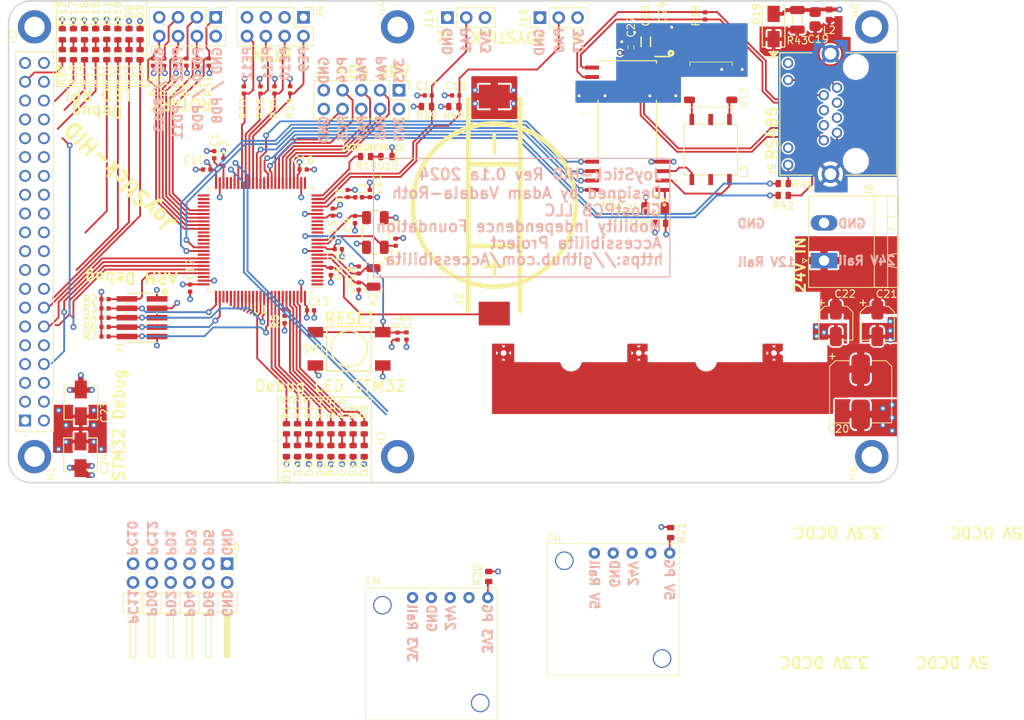
<source format=kicad_pcb>
(kicad_pcb (version 20240108) (generator "pcbnew") (generator_version "8.0")
  (layers (0 "F.Cu" signal) (1 "In1.Cu" signal) (2 "In2.Cu" signal) (31 "B.Cu" signal) (34 "B.Paste" user) (35 "F.Paste" user) (36 "B.SilkS" user "B.Silkscreen") (37 "F.SilkS" user "F.Silkscreen") (38 "B.Mask" user) (39 "F.Mask" user) (44 "Edge.Cuts" user))
  (net 0 "")
  (net 1 "GND")
  (net 2 "/STM32F446RET6-MCU/VBAT")
  (net 3 "/STM32F446RET6-MCU/VDDA")
  (net 4 "/STM32F446RET6-MCU/NRST")
  (net 5 "/STM32F446RET6-MCU/VCAP1")
  (net 6 "+3.3V")
  (net 7 "Earth")
  (net 8 "+5V")
  (net 9 "Net-(D3-Pad1)")
  (net 10 "Net-(D4-Pad1)")
  (net 11 "Net-(D5-Pad1)")
  (net 12 "Net-(D6-Pad1)")
  (net 13 "Net-(D7-Pad1)")
  (net 14 "Net-(D8-Pad1)")
  (net 15 "Net-(D9-Pad1)")
  (net 16 "Net-(D10-Pad1)")
  (net 17 "Net-(D11-Pad1)")
  (net 18 "Net-(D12-Pad1)")
  (net 19 "Net-(D13-Pad1)")
  (net 20 "Net-(D13-Pad2)")
  (net 22 "/STM32F446RET6-MCU/LED_DRIVER_XLAT")
  (net 23 "/STM32F446RET6-MCU/LED_DRIVER_SCLK")
  (net 24 "/STM32F446RET6-MCU/LED_DRIVER_BLANK2")
  (net 25 "/STM32F446RET6-MCU/LED_DRIVER_MOSI")
  (net 26 "/STM32F446RET6-MCU/LED_DRIVER_BLANK")
  (net 27 "/STM32F446RET6-MCU/LED_DRIVER_XLAT2")
  (net 30 "/STM32F446RET6-MCU/SWDIO_TMS")
  (net 31 "/STM32F446RET6-MCU/SWCLK_TCK")
  (net 32 "/STM32F446RET6-MCU/SWO_TDO")
  (net 33 "/STM32F446RET6-MCU/SWO_TDI")
  (net 34 "/STM32F446RET6-MCU/NJTRST")
  (net 35 "Net-(U4-ST1)")
  (net 37 "Net-(U4-ST2)")
  (net 39 "/STM32F446RET6-MCU/12V_PG")
  (net 40 "+24V")
  (net 41 "/Power/5V_PG")
  (net 43 "/Power/3.3V_PG")
  (net 45 "/RS485 To Motor Controller Interface/A_RS485")
  (net 46 "/RS485 To Motor Controller Interface/B_RS485")
  (net 47 "/RS485 To Motor Controller Interface/Z_RS485")
  (net 48 "/RS485 To Motor Controller Interface/Y_RS485")
  (net 50 "/RS485 To Motor Controller Interface/RS485_TXD")
  (net 51 "/RS485 To Motor Controller Interface/RS485_RX_EN")
  (net 52 "/RS485 To Motor Controller Interface/RS485_TX_EN")
  (net 53 "/RS485 To Motor Controller Interface/RS485_RXD")
  (net 54 "/STM32F446RET6-MCU/OSC32_IN")
  (net 55 "/STM32F446RET6-MCU/OSC32_OUT")
  (net 56 "/STM32F446RET6-MCU/OSC_IN")
  (net 57 "/STM32F446RET6-MCU/OSC_OUT")
  (net 58 "/JoyStick Interface/JOYSTICK_Y")
  (net 59 "/JoyStick Interface/JOYSTICK_X")
  (net 66 "Net-(J7-GPIO22)")
  (net 67 "Net-(J7-GPIO23)")
  (net 69 "Net-(J7-GPIO24)")
  (net 72 "Net-(J7-GPIO25)")
  (net 81 "/RPi_Interface/RPI_ST_UART_RX")
  (net 82 "/RPi_Interface/RPI_ST_UART_TX")
  (net 83 "/RPi_Interface/RPI_ST_UART_RTS")
  (net 84 "/RPi_Interface/RPI_ST_UART_CTS")
  (net 85 "Net-(J7-GPIO26)")
  (net 87 "/JoyStick Interface/ROTARY1_POLE1")
  (net 88 "/JoyStick Interface/BUTTON1")
  (net 89 "/JoyStick Interface/BUTTON2")
  (net 90 "/JoyStick Interface/BUTTON3")
  (net 91 "/JoyStick Interface/BUTTON4")
  (net 92 "/JoyStick Interface/ROTARY1_POLE2")
  (net 93 "/JoyStick Interface/ROTARY1_POLE3")
  (net 94 "/JoyStick Interface/ROTARY2_POLE1")
  (net 95 "/JoyStick Interface/ROTARY2_POLE2")
  (net 96 "/JoyStick Interface/ROTARY2_POLE3")
  (net 97 "Net-(U1-BOOT0)")
  (net 98 "Net-(U1-PB5)")
  (net 99 "Net-(U1-PB6)")
  (net 100 "Net-(U1-PB7)")
  (net 101 "Net-(U1-PB8)")
  (net 102 "Net-(U1-PB9)")
  (net 115 "Net-(J5-Pad12)")
  (net 116 "Net-(J5-Pad10)")
  (net 131 "/RS485 To Motor Controller Interface/RS485_TX_LED")
  (net 132 "/RS485 To Motor Controller Interface/RS485_RX_LED")
  (net 133 "/RS485 To Motor Controller Interface/RJ45_SHIELD")
  (net 134 "Net-(D1-Pad1)")
  (net 135 "Net-(D2-Pad1)")
  (net 136 "Net-(U1-PE0)")
  (net 137 "Net-(U1-PE1)")
  (net 138 "Net-(D14-Pad1)")
  (net 139 "Net-(U1-PD7)")
  (net 140 "/STM32F446RET6-MCU/PD0")
  (net 141 "/STM32F446RET6-MCU/PD1")
  (net 142 "/STM32F446RET6-MCU/PD2")
  (net 143 "/STM32F446RET6-MCU/PD3")
  (net 144 "/STM32F446RET6-MCU/PD4")
  (net 145 "/STM32F446RET6-MCU/PD5")
  (net 146 "/STM32F446RET6-MCU/PD6")
  (net 147 "/STM32F446RET6-MCU/PC10")
  (net 148 "/STM32F446RET6-MCU/PC11")
  (net 149 "/STM32F446RET6-MCU/PC12")
  (net 150 "Net-(D16-Pad1)")
  (net 151 "Net-(D17-Pad1)")
  (net 152 "Net-(D15-Pad1)")
  (net 153 "Net-(J7-PWM1{slash}GPIO13)")
  (net 154 "Net-(J7-GPIO19{slash}MISO1)")
  (net 155 "Net-(J7-GPIO20{slash}MOSI1)")
  (net 156 "Net-(D18-Pad1)")
  (net 157 "Net-(U1-PA2)")
  (footprint "AVR-KiCAD-Lib-Resistors:R0603" (layer "F.Cu") (at 204.3 76 180)
    (property "Reference" "R42")
    (property "Value" "RC0603FR-07470RL" (hide yes))
  )
  (footprint "AVR-KiCAD-Lib-Resistors:R0402" (layer "F.Cu") (at 139.5 72.5)
    (property "Reference" "C16")
    (property "Value" "C0402C104K9PACTU" (hide yes))
  )
  (footprint "AVR-KiCAD-Lib-Capacitors:C0402" (layer "F.Cu") (at 152 82.3105 90)
    (property "Reference" "C2")
    (property "Value" "GCM1555C1H180GA16D" (hide yes))
  )
  (footprint "AVR-KiCAD-Lib-Resistors:R0402" (layer "F.Cu") (at 137.75 61.75 90)
    (property "Reference" "R34")
    (property "Value" "RC0402FR-072K2L" (hide yes))
  )
  (footprint "AVR-KiCAD-Lib-Resistors:R0402" (layer "F.Cu") (at 126.5 72.5 180)
    (property "Reference" "C11")
    (property "Value" "C0402C104K9PACTU" (hide yes))
  )
  (footprint "AVR-KiCAD-Lib-Resistors:R0402" (layer "F.Cu") (at 143.5 78.25 90)
    (property "Reference" "C15")
    (property "Value" "C0402C104K9PACTU" (hide yes))
  )
  (footprint "AVR-KiCAD-Lib-Diodes:SMAJ30CA" (layer "F.Cu") (at 203 53.2 90)
    (property "Reference" "D19")
    (property "Value" "SMAJ30CA" (hide yes))
  )
  (footprint "AVR-KiCAD-Lib-Diodes:LED0603" (layer "F.Cu") (at 111.5 54.25 90)
    (property "Reference" "D15")
    (property "Value" "LTST-C194KGKT" (hide yes))
  )
  (footprint "AVR-KiCAD-Lib-Resistors:R0402" (layer "F.Cu") (at 160.1 62.5 180)
    (property "Reference" "C18")
    (property "Value" "C0402C104K9PACTU" (hide yes))
  )
  (footprint "AVR-KiCAD-Lib-Holes_Fasteners:RPI_HAT_HOLE" (layer "F.Cu") (at 216.25 111.25 90)
    (property "Reference" "H5")
    (property "Value" "MountingHole_Pad" (hide yes))
  )
  (footprint "AVR-KiCAD-Lib-Resistors:R0603" (layer "F.Cu") (at 113 57 -90)
    (property "Reference" "R26")
    (property "Value" "RC0603FR-07470RL" (hide yes))
  )
  (footprint "AVR-KiCAD-Lib-Resistors:R0603" (layer "F.Cu") (at 164.55 127.43 90)
    (property "Reference" "R20")
    (property "Value" "RC0603FR-072K2L" (hide yes))
  )
  (footprint "AVR-KiCAD-Lib-Diodes:LED0603" (layer "F.Cu") (at 107 54.25 90)
    (property "Reference" "D12")
    (property "Value" "LTST-C194KGKT" (hide yes))
  )
  (footprint "AVR-KiCAD-Lib-Diodes:LED0603" (layer "F.Cu") (at 143.25 110.5 -90)
    (property "Reference" "D6")
    (property "Value" "LTST-C194TBKT" (hide yes))
  )
  (footprint "AVR-KiCAD-Lib-ICs:21-0145_W28M&plus_9_MXM" (layer "F.Cu") (at 183.25 67 180)
    (property "Reference" "U4")
    (property "Value" "MAX3535ECWI+T" (hide yes))
  )
  (footprint "Connector_PinHeader_2.54mm:PinHeader_2x06_P2.54mm_Horizontal" (layer "F.Cu") (at 129.25 125.7 -90)
    (property "Reference" "J10")
    (property "Value" "Conn_02x06_Odd_Even" (hide yes))
  )
  (footprint "AVR-KiCAD-Lib-Resistors:R0603" (layer "F.Cu") (at 117.5 57 -90)
    (property "Reference" "R24")
    (property "Value" "RC0603FR-07470RL" (hide yes))
  )
  (footprint "AVR-KiCAD-Lib-Resistors:R0603" (layer "F.Cu") (at 146.25 107.5 -90)
    (property "Reference" "R8")
    (property "Value" "RC0603FR-07470RL" (hide yes))
  )
  (footprint "AVR-KiCAD-Lib-Diodes:LED0603" (layer "F.Cu") (at 108.5 54.25 90)
    (property "Reference" "D17")
    (property "Value" "LTST-C194KGKT" (hide yes))
  )
  (footprint "AVR-KiCAD-Lib-Resistors:R0603" (layer "F.Cu") (at 111.5 57 -90)
    (property "Reference" "R11")
    (property "Value" "RC0603FR-07470RL" (hide yes))
  )
  (footprint "AVR-KiCAD-Lib-Diodes:LED0603" (layer "F.Cu") (at 146.25 110.5 -90)
    (property "Reference" "D1")
    (property "Value" "LTST-C194TBKT" (hide yes))
  )
  (footprint "AVR-KiCAD-Lib-Capacitors:C0402" (layer "F.Cu") (at 147 88.2435 90)
    (property "Reference" "C9")
    (property "Value" "CL05C090CB5NNNC" (hide yes))
  )
  (footprint "AVR-KiCAD-Lib-Battery-Holders:BU2032SM-JJ-GTR" (layer "F.Cu") (at 165.3 77.3 90)
    (property "Reference" "J2")
    (property "Value" "BU2032SM-JJ-GTR" (hide yes))
  )
  (footprint "AVR-KiCAD-Lib-Resistors:R0402" (layer "F.Cu") (at 125.25 58 -90)
    (property "Reference" "R30")
    (property "Value" "RC0402FR-072K2L" (hide yes))
  )
  (footprint "AVR-KiCAD-Lib-Capacitors:CP_Elec_8x10" (layer "F.Cu") (at 214.75 102.5 -90)
    (property "Reference" "C20")
    (property "Value" "UUQ1H470MCL1GS" (hide yes))
  )
  (footprint "AVR-KiCAD-Lib-Connectors:20021121-00010C4LF" (layer "F.Cu") (at 117.76 92.5 90)
    (property "Reference" "J1")
    (property "Value" "20021121-00010C4LF" (hide yes))
  )
  (footprint "AVR-KiCAD-Lib-Resistors:R0402" (layer "F.Cu") (at 127.5 70.5 90)
    (property "Reference" "C1")
    (property "Value" "C0402C104K9PACTU" (hide yes))
  )
  (footprint "AVR-KiCAD-Lib-Resistors:R0402" (layer "F.Cu") (at 153.45 94.967 -90)
    (property "Reference" "C5")
    (property "Value" "C0402C104K9PACTU" (hide yes))
  )
  (footprint "AVR-KiCAD-Lib-Resistors:R0402" (layer "F.Cu") (at 126.75 58 -90)
    (property "Reference" "R31")
    (property "Value" "RC0402FR-072K2L" (hide yes))
  )
  (footprint "AVR-KiCAD-Lib-Resistors:R0402" (layer "F.Cu") (at 193.75 51.767 -90)
    (property "Reference" "R38")
    (property "Value" "AC0402FR-07120RL" (hide yes))
  )
  (footprint "AVR-KiCAD-Lib-Resistors:R0402" (layer "F.Cu") (at 122.25 58 -90)
    (property "Reference" "R29")
    (property "Value" "RC0402FR-072K2L" (hide yes))
  )
  (footprint "AVR-KiCAD-Lib-Resistors:R0603" (layer "F.Cu") (at 147.75 107.5 -90)
    (property "Reference" "R9")
    (property "Value" "RC0603FR-07470RL" (hide yes))
  )
  (footprint "AVR-KiCAD-Lib-Diodes:LED0603" (layer "F.Cu") (at 150.75 70.75)
    (property "Reference" "D18")
    (property "Value" "LTST-C194TBKT" (hide yes))
  )
  (footprint "AVR-KiCAD-Lib-Resistors:R0603" (layer "F.Cu") (at 204.3 74.4 180)
    (property "Reference" "R41")
    (property "Value" "RC0603FR-07470RL" (hide yes))
  )
  (footprint "AVR-KiCAD-Lib-Resistors:R0402" (layer "F.Cu") (at 135.64 61.767 90)
    (property "Reference" "R35")
    (property "Value" "RC0402FR-072K2L" (hide yes))
  )
  (footprint "Connector_PinHeader_2.54mm:PinHeader_2x04_P2.54mm_Vertical" (layer "F.Cu") (at 139.55 51.96 -90)
    (property "Reference" "J4")
    (property "Value" "Conn_02x04_Odd_Even" (hide yes))
  )
  (footprint "AVR-KiCAD-Lib-Capacitors:C0805" (layer "F.Cu") (at 208.6 52.2 90)
    (property "Reference" "C19")
    (property "Value" "C0805C103KCRACAUTO" (hide yes))
  )
  (footprint "AVR-KiCAD-Lib-Resistors:R0603" (layer "F.Cu") (at 156.15 64 180)
    (property "Reference" "R39")
    (property "Value" "RT0603BRD071ML" (hide yes))
  )
  (footprint "AVR-KiCAD-Lib-Resistors:R0603" (layer "F.Cu") (at 107 57 -90)
    (property "Reference" "R27")
    (property "Value" "RC0603FR-07470RL" (hide yes))
  )
  (footprint "Connector_PinHeader_2.54mm:PinHeader_2x05_P2.54mm_Vertical" (layer "F.Cu") (at 152.44 61.8 -90)
    (property "Reference" "J3")
    (property "Value" "Conn_02x05_Odd_Even" (hide yes))
  )
  (footprint "AVR-KiCAD-Lib-Inductors:BLM15HG601SN1D" (layer "F.Cu") (at 147 76.25 180)
    (property "Reference" "L1")
    (property "Value" "BLM15HG601SN1D" (hide yes))
  )
  (footprint "AVR-KiCAD-Lib-Resistors:R0402" (layer "F.Cu") (at 112.76 92.5)
    (property "Reference" "R4")
    (property "Value" "RC0402FR-071KL" (hide yes))
  )
  (footprint "AVR-KiCAD-Lib-Resistors:R0603" (layer "F.Cu") (at 110 57 -90)
    (property "Reference" "R17")
    (property "Value" "RC0603FR-07470RL" (hide yes))
  )
  (footprint "Connector_PinHeader_2.54mm:PinHeader_1x03_P2.54mm_Vertical" (layer "F.Cu") (at 158.975 52 90)
    (property "Reference" "J14")
    (property "Value" "Conn_01x03_Pin" (hide yes))
  )
  (footprint "AVR-KiCAD-Lib-Capacitors:C1206" (layer "F.Cu") (at 185.75 55.25 -90)
    (property "Reference" "C28")
    (property "Value" "CGA5L3X5R1V106K160AB" (hide yes))
  )
  (footprint "AVR-KiCAD-Lib-Diodes:LED0603" (layer "F.Cu") (at 138.75 110.5 -90)
    (property "Reference" "D3")
    (property "Value" "LTST-C194TBKT" (hide yes))
  )
  (footprint "AVR-KiCAD-Lib-Mech-Switches:TL3301NF260QG" (layer "F.Cu") (at 145.7 96.7)
    (property "Reference" "SW1")
    (property "Value" "TL3301NF260QG" (hide yes))
  )
  (footprint "AVR-KiCAD-Lib-Resistors:R0603" (layer "F.Cu") (at 140.25 107.5 -90)
    (property "Reference" "R13")
    (property "Value" "RC0603FR-07470RL" (hide yes))
  )
  (footprint "AVR-KiCAD-Lib-Resistors:R0402" (layer "F.Cu") (at 145.5 75.75 90)
    (property "Reference" "C7")
    (property "Value" "C0402C104K9PACTU" (hide yes))
  )
  (footprint "AVR-KiCAD-Lib-Resistors:R0603" (layer "F.Cu") (at 114.5 57 -90)
    (property "Reference" "R25")
    (property "Value" "RC0603FR-07470RL" (hide yes))
  )
  (footprint "AVR-KiCAD-Lib-Diodes:LED0603" (layer "F.Cu") (at 114.5 54.25 90)
    (property "Reference" "D10")
    (property "Value" "LTST-C194KGKT" (hide yes))
  )
  (footprint "AVR-KiCAD-Lib-Resistors:R0603" (layer "F.Cu") (at 116 57 -90)
    (property "Reference" "R23")
    (property "Value" "RC0603FR-07470RL" (hide yes))
  )
  (footprint "AVR-KiCAD-Lib-Resistors:R0402" (layer "F.Cu") (at 112.76 90)
    (property "Reference" "R2")
    (property "Value" "RC0402FR-071KL" (hide yes))
  )
  (footprint "AVR-KiCAD-Lib-Resistors:R0402" (layer "F.Cu") (at 148.5 75.75 90)
    (property "Reference" "C10")
    (property "Value" "C0402C104K9PACTU" (hide yes))
  )
  (footprint "AVR-KiCAD-Lib-Resistors:R0402" (layer "F.Cu") (at 133.75 61.767 90)
    (property "Reference" "R36")
    (property "Value" "RC0402FR-072K2L" (hide yes))
  )
  (footprint "AVR-KiCAD-Lib-Connectors:SULLINS_PPPC202LFBN-RC_RPi5" (layer "F.Cu") (at 103.25 82.25 -90)
    (property "Reference" "J7")
    (property "Value" "Raspberry_Pi_2_3")
  )
  (footprint "AVR-KiCAD-Lib-Resistors:R0402" (layer "F.Cu") (at 119.25 58 -90)
    (property "Reference" "R28")
    (property "Value" "RC0402FR-072K2L" (hide yes))
  )
  (footprint "AVR-KiCAD-Lib-Resistors:R0603" (layer "F.Cu") (at 108.5 57 -90)
    (property "Reference" "R18")
    (property "Value" "RC0603FR-07470RL" (hide yes))
  )
  (footprint "AVR-KiCAD-Lib-Resistors:R0402" (layer "F.Cu") (at 131.5 61.767 90)
    (property "Reference" "R37")
    (property "Value" "RC0402FR-072K2L" (hide yes))
  )
  (footprint "AVR-KiCAD-Lib-Diodes:LED0603" (layer "F.Cu") (at 113 54.2 90)
    (property "Reference" "D11")
    (property "Value" "LTST-C194KGKT" (hide yes))
  )
  (footprint "AVR-KiCAD-Lib-Resistors:R0603" (layer "F.Cu") (at 143.25 107.5 -90)
    (property "Reference" "R15")
    (property "Value" "RC0603FR-07470RL" (hide yes))
  )
  (footprint "AVR-KiCAD-Lib-Resistors:R0402" (layer "F.Cu") (at 112.76 91.25)
    (property "Reference" "R3")
    (property "Value" "RC0402FR-071KL" (hide yes))
  )
  (footprint "AVR-KiCAD-Lib-Holes_Fasteners:RPI_HAT_HOLE" (layer "F.Cu") (at 152.25 53.25 90)
    (property "Reference" "H4")
    (property "Value" "MountingHole_Pad" (hide yes))
  )
  (footprint "AVR-KiCAD-Lib-Resistors:R0402" (layer "F.Cu") (at 143.25 86.25 -90)
    (property "Reference" "C6")
    (property "Value" "C0402C104K9PACTU" (hide yes))
  )
  (footprint "AVR-KiCAD-Lib-Capacitors:C0402" (layer "F.Cu") (at 147 86.0605 -90)
    (property "Reference" "C8")
    (property "Value" "CL05C090CB5NNNC" (hide yes))
  )
  (footprint "AVR-KiCAD-Lib-Transformers:SO6_Q4470-CL_C-SIZE_COC" (layer "F.Cu") (at 194.4998 69.8013 90)
    (property "Reference" "L3")
    (property "Value" "Q4470-CL" (hide yes))
  )
  (footprint "AVR-KiCAD-Lib-Resistors:R0402" (layer "F.Cu") (at 140.5 91.5)
    (property "Reference" "C13")
    (property "Value" "C0402C104K9PACTU" (hide yes))
  )
  (footprint "AVR-KiCAD-Lib-Capacitors:CP_Elec_4x5.3" (layer "F.Cu") (at 217 93.25 -90)
    (property "Reference" "C21")
    (property "Value" "UUQ1H100MCL1GB" (hide yes))
  )
  (footprint "AVR-KiCAD-Lib-Resistors:R1206" (layer "F.Cu") (at 206.2 52.3 -90)
    (property "Reference" "R43")
    (property "Value" "RC1206FR-071ML" (hide yes))
  )
  (footprint "AVR-KiCAD-Lib-Resistors:R0402" (layer "F.Cu") (at 144.25 83.25)
    (property "Reference" "C14")
    (property "Value" "C0402C104K9PACTU" (hide yes))
  )
  (footprint "AVR-KiCAD-Lib-Holes_Fasteners:RPI_HAT_HOLE" (layer "F.Cu") (at 152.25 111.25 90)
    (property "Reference" "H3")
    (property "Value" "MountingHole_Pad" (hide yes))
  )
  (footprint "AVR-KiCAD-Lib-Diodes:LED0603" (layer "F.Cu") (at 147.75 110.5 -90)
    (property "Reference" "D2")
    (property "Value" "LTST-C194TBKT" (hide yes))
  )
  (footprint "AVR-KiCAD-Lib-Resistors:R0402" (layer "F.Cu") (at 156.4 62.5 180)
    (property "Reference" "C17")
    (property "Value" "C0402C104K9PACTU" (hide yes))
  )
  (footprint "AVR-KiCAD-Lib-Resistors:R0603" (layer "F.Cu") (at 144.75 107.5 -90)
    (property "Reference" "R16")
    (property "Value" "RC0603FR-07470RL" (hide yes))
  )
  (footprint "AVR-KiCAD-Lib-Resistors:R0402" (layer "F.Cu") (at 120.75 58.017 -90)
    (property "Reference" "R33")
    (property "Value" "RC0402FR-072K2L" (hide yes))
  )
  (footprint "AVR-KiCAD-Lib-Diodes:LED0603" (layer "F.Cu") (at 116 54.25 90)
    (property "Reference" "D8")
    (property "Value" "LTST-C194KGKT" (hide yes))
  )
  (footprint "AVR-KiCAD-Lib-Resistors:R0603" (layer "F.Cu") (at 138.75 107.5 -90)
    (property "Reference" "R12")
    (property "Value" "RC0603FR-07470RL" (hide yes))
  )
  (footprint "AVR-KiCAD-Lib-Diodes:LED0603" (layer "F.Cu") (at 110 54.25 90)
    (property "Reference" "D16")
    (property "Value" "LTST-C194KGKT" (hide yes))
  )
  (footprint "AVR-KiCAD-Lib-Oscillators:ABS07-32.768KHZ-9-T" (layer "F.Cu") (at 149 87.0605 -90)
    (property "Reference" "X2")
    (property "Value" "ABS07-32.768KHZ-9-T" (hide yes))
  )
  (footprint "AVR-KiCAD-Lib-Connectors:PhoenixContact_MSTBA-G_02x5.08mm_Angled" (layer "F.Cu") (at 209.8075 84.79 90)
    (property "Reference" "J6")
    (property "Value" "1757242" (hide yes))
  )
  (footprint "AVR-KiCAD-Lib-Resistors:R0402" (layer "F.Cu") (at 124.25 88.5 -90)
    (property "Reference" "C12")
    (property "Value" "C0402C104K9PACTU" (hide yes))
  )
  (footprint "AVR-KiCAD-Lib-Resistors:R0402" (layer "F.Cu") (at 137 92.75 90)
    (property "Reference" "R5")
    (property "Value" "RC0402FR-0710KL" (hide yes))
  )
  (footprint "AVR-KiCAD-Lib-Resistors:R0402" (layer "F.Cu") (at 123.75 58 -90)
    (property "Reference" "R32")
    (property "Value" "RC0402FR-072K2L" (hide yes))
  )
  (footprint "AVR-KiCAD-Lib-Resistors:R0603" (layer "F.Cu") (at 147.93 70.75)
    (property "Reference" "R19")
    (property "Value" "RC0603FR-07470RL" (hide yes))
  )
  (footprint "Connector_PinHeader_2.54mm:PinHeader_2x04_P2.54mm_Vertical" (layer "F.Cu") (at 127.705 51.96 -90)
    (property "Reference" "J8")
    (property "Value" "Conn_02x04_Odd_Even" (hide yes))
  )
  (footprint "AVR-KiCAD-Lib-Resistors:R0603" (layer "F.Cu") (at 141.75 107.5 -90)
    (property "Reference" "R14")
    (property "Value" "RC0603FR-07470RL" (hide yes))
  )
  (footprint "AVR-KiCAD-Lib-Diodes:LED0603" (layer "F.Cu") (at 140.25 110.43 -90)
    (property "Reference" "D4")
    (property "Value" "LTST-C194TBKT" (hide yes))
  )
  (footprint "AVR-KiCAD-Lib-Capacitors:CP_Elec_4x5.3" (layer "F.Cu") (at 211.4 93.25 -90)
    (property "Reference" "C22")
    (property "Value" "UUQ1H010MCL1GB" (hide yes))
  )
  (footprint "AVR-KiCAD-Lib-Modules:D24V22F12" (layer "F.Cu") (at 164.43 130.27 180)
    (property "Reference" "M3")
    (property "Value" "D24V22F3" (hide yes))
  )
  (footprint "AVR-KiCAD-Lib-Modules:D24V22F12" (layer "F.Cu") (at 188.98 124.27 180)
    (property "Reference" "M2")
    (property "Value" "D24V22F5" (hide yes))
  )
  (footprint "AVR-KiCAD-Lib-Holes_Fasteners:RPI_HAT_HOLE" (layer "F.Cu") (at 216.25 53.25 90)
    (property "Reference" "H6")
    (property "Value" "MountingHole_Pad" (hide yes))
  )
  (footprint "AVR-KiCAD-Lib-Resistors:R0402" (layer "F.Cu") (at 112.76 93.75)
    (property "Reference" "R6")
    (property "Value" "RC0402FR-071KL" (hide yes))
  )
  (footprint "AVR-KiCAD-Lib-Resistors:R0603" (layer "F.Cu") (at 159.85 64 180)
    (property "Reference" "R40")
    (property "Value" "RT0603BRD071ML" (hide yes))
  )
  (footprint "AVR-KiCAD-Lib-Capacitors:C0603" (layer "F.Cu") (at 187.75 79.75)
    (property "Reference" "C25")
    (property "Value" "CL10B104JB8NNNC" (hide yes))
  )
  (footprint "AVR-KiCAD-Lib-Capacitors:C1206" (layer "F.Cu") (at 187 77.75)
    (property "Reference" "C26")
    (property "Value" "CGA5L3X5R1V106K160AB" (hide yes))
  )
  (footprint "Package_QFP:LQFP-100_14x14mm_P0.5mm" (layer "F.Cu") (at 133.75 82 180)
    (property "Reference" "U1")
    (property "Value" "STM32F446VETx" (hide yes))
  )
  (footprint "AVR-KiCAD-Lib-Holes_Fasteners:RPI_HAT_HOLE" (layer "F.Cu") (at 103.25 111.25 90)
    (property "Reference" "H1")
    (property "Value" "MountingHole_Pad" (hide yes))
  )
  (footprint "AVR-KiCAD-Lib-Capacitors:C0402" (layer "F.Cu") (at 146.5 79.25 -90)
    (property "Reference" "C4")
    (property "Value" "GCM1555C1H180GA16D" (hide yes))
  )
  (footprint "AVR-KiCAD-Lib-Diodes:LED0603" (layer "F.Cu") (at 144.75 110.5 -90)
    (property "Reference" "D7")
    (property "Value" "LTST-C194TBKT" (hide yes))
  )
  (footprint "AVR-KiCAD-Lib-Diodes:LED0603" (layer "F.Cu") (at 141.75 110.5 -90)
    (property "Reference" "D5")
    (property "Value" "LTST-C194TBKT" (hide yes))
  )
  (footprint "AVR-KiCAD-Lib-Oscillators:ABM3B8.000MHZB2T" (layer "F.Cu") (at 149.25 81 90)
    (property "Reference" "X1")
    (property "Value" "ABM3B-8.000MHZ-B2-T" (hide yes))
  )
  (footprint "AVR-KiCAD-Lib-Diodes:D_SOD-123" (layer "F.Cu") (at 188 55 90)
    (property "Reference" "C29")
    (property "Value" "C1206C105K3RACAUTO" (hide yes))
  )
  (footprint "AVR-KiCAD-Lib-Inductors:MI0603K300R-10" (layer "F.Cu") (at 210.5 51.6 90)
    (property "Reference" "L2")
    (property "Value" "MI0603K300R-10" (hide yes))
  )
  (footprint "AVR-KiCAD-Lib-Resistors:R0402" (layer "F.Cu") (at 112.76 95.041)
    (property "Reference" "R7")
    (property "Value" "RC0402FR-071KL" (hide yes))
  )
  (footprint "AVR-KiCAD-Lib-Capacitors:UCM1C470MCL1GS" (layer "F.Cu") (at 109.5 104 90)
    (property "Reference" "C23")
    (property "Value" "UCM1C470MCL1GS" (hide yes))
  )
  (footprint "AVR-KiCAD-Lib-Diodes:LED0603" (layer "F.Cu") (at 137.25 110.5 -90)
    (property "Reference" "D14")
    (property "Value" "LTST-C194TBKT" (hide yes))
  )
  (footprint "Connector_PinHeader_2.54mm:PinHeader_1x03_P2.54mm_Vertical" (layer "F.Cu") (at 171.46 52 90)
    (property "Reference" "J15")
    (property "Value" "Conn_01x03_Pin" (hide yes))
  )
  (footprint "AVR-KiCAD-Lib-Capacitors:C0402" (layer "F.Cu") (at 128.75 71.483 90)
    (property "Reference" "C3")
    (property "Value" "GRM155R60J475ME47D" (hide yes))
  )
  (footprint "AVR-KiCAD-Lib-Diodes:LMB110S-TP" (layer "F.Cu") (at 194.4998 61.0513 -90)
    (property "Reference" "D13")
    (property "Value" "LMB110S-TP" (hide yes))
  )
  (footprint "AVR-KiCAD-Lib-Resistors:R0603" (layer "F.Cu") (at 189.1 121.5 90)
    (property "Reference" "R21")
    (property "Value" "RC0603FR-072K2L" (hide yes))
  )
  (footprint "AVR-KiCAD-Lib-Capacitors:UCM1C470MCL1GS" (layer "F.Cu") (at 109.453 111 -90)
    (property "Reference" "C24")
    (property "Value" "UCM1C470MCL1GS" (hide yes))
  )
  (footprint "AVR-KiCAD-Lib-Resistors:R0603" (layer "F.Cu") (at 137.25 107.5 -90)
    (property "Reference" "R10")
    (property "Value" "RC0603FR-07470RL" (hide yes))
  )
  (footprint "AVR-KiCAD-Lib-Resistors:R0402" (layer "F.Cu") (at 152.241 94.984 90)
    (property "Reference" "R1")
    (property "Value" "RC0402FR-071KL" (hide yes))
  )
  (footprint "AVR-KiCAD-Lib-Diodes:LED0603" (layer "F.Cu") (at 117.5 54.25 90)
    (property "Reference" "D9")
    (property "Value" "LTST-C194KGKT" (hide yes))
  )
  (footprint "AVR-KiCAD-Lib-Holes_Fasteners:RPI_HAT_HOLE" (layer "F.Cu") (at 103.25 53.25 90)
    (property "Reference" "H2")
    (property "Value" "MountingHole_Pad" (hide yes))
  )
  (footprint "AVR-KiCAD-Lib-Capacitors:C0603" (layer "F.Cu") (at 183.75 56 -90)
    (property "Reference" "C27")
    (property "Value" "CL10B104JB8NNNC" (hide yes))
  )
  (footprint "AVR-KiCAD-Lib-Connectors:AMPHENOL_RJHSE-5381" (layer "F.Cu") (at 214.1 65 90)
    (property "Reference" "J5")
    (property "Value" "RJHSE-5381" (hide yes))
  )
  (gr_line (start 189 71) (end 149 71) (stroke (width 0.15)) (layer "B.SilkS"))
  (gr_line (start 149 87) (end 189 87) (stroke (width 0.15)) (layer "B.SilkS"))
  (gr_line (start 189 87) (end 189 71) (stroke (width 0.15)) (layer "B.SilkS"))
  (gr_line (start 149 71) (end 149 87) (stroke (width 0.15)) (layer "B.SilkS"))
  (gr_line (start 148.7 103.2) (end 148.7 114.7) (stroke (width 0.15)) (layer "F.SilkS"))
  (gr_line (start 118.4 61.3) (end 118.4 49.8) (stroke (width 0.15)) (layer "F.SilkS"))
  (gr_line (start 106.2 61.3) (end 118.4 61.3) (stroke (width 0.15)) (layer "F.SilkS"))
  (gr_line (start 136.1 103.2) (end 148.7 103.2) (stroke (width 0.15)) (layer "F.SilkS"))
  (gr_line (start 136.1 114.7) (end 136.1 103.2) (stroke (width 0.15)) (layer "F.SilkS"))
  (gr_line (start 106.2 49.8) (end 106.2 61.3) (stroke (width 0.15)) (layer "F.SilkS"))
  (gr_line (start 99.75 111.75) (end 99.75 52.75) (stroke (width 0.2)) (layer "Edge.Cuts"))
  (gr_arc (start 102.75 114.75) (mid 100.62868 113.87132) (end 99.75 111.75) (stroke (width 0.2)) (layer "Edge.Cuts"))
  (gr_arc (start 219.75 111.75) (mid 218.87132 113.87132) (end 216.75 114.75) (stroke (width 0.2)) (layer "Edge.Cuts"))
  (gr_arc (start 216.75 49.75) (mid 218.87132 50.62868) (end 219.75 52.75) (stroke (width 0.2)) (layer "Edge.Cuts"))
  (gr_arc (start 99.75 52.75) (mid 100.62868 50.62868) (end 102.75 49.75) (stroke (width 0.2)) (layer "Edge.Cuts"))
  (gr_line (start 219.75 111.75) (end 219.75 52.75) (stroke (width 0.2)) (layer "Edge.Cuts"))
  (gr_line (start 216.75 49.75) (end 102.75 49.75) (stroke (width 0.2)) (layer "Edge.Cuts"))
  (gr_line (start 216.75 114.75) (end 102.75 114.75) (stroke (width 0.2)) (layer "Edge.Cuts"))
  (gr_text "3V3 PG" (at 163.6 138 270) (layer "B.SilkS") (effects (font (size 1.2 1.2) (thickness 0.3) (bold yes)) (justify left bottom mirror)))
  (gr_text "PA4" (at 150.8 57 90) (layer "B.SilkS") (effects (font (size 1.2 1.2) (thickness 0.3) (bold yes)) (justify left bottom mirror)))
  (gr_text "PD3" (at 123.6 124.8 270) (layer "B.SilkS") (effects (font (size 1.2 1.2) (thickness 0.3) (bold yes)) (justify left bottom mirror)))
  (gr_text "PC11" (at 115.8 134 270) (layer "B.SilkS") (effects (font (size 1.2 1.2) (thickness 0.3) (bold yes)) (justify left bottom mirror)))
  (gr_text "GND / PD13" (at 120.8 55.8 90) (layer "B.SilkS") (effects (font (size 1.2 1.2) (thickness 0.3) (bold yes)) (justify left bottom mirror)))
  (gr_text "PD2" (at 120.9 133.1 270) (layer "B.SilkS") (effects (font (size 1.2 1.2) (thickness 0.3) (bold yes)) (justify left bottom mirror)))
  (gr_text "PD5" (at 126 124.8 270) (layer "B.SilkS") (effects (font (size 1.2 1.2) (thickness 0.3) (bold yes)) (justify left bottom mirror)))
  (gr_text "PD4" (at 123.4 133.1 270) (layer "B.SilkS") (effects (font (size 1.2 1.2) (thickness 0.3) (bold yes)) (justify left bottom mirror)))
  (gr_text "PC4" (at 145.5 57.1 90) (layer "B.SilkS") (effects (font (size 1.2 1.2) (thickness 0.3) (bold yes)) (justify left bottom mirror)))
  (gr_text "GND" (at 128.5 133.1 270) (layer "B.SilkS") (effects (font (size 1.2 1.2) (thickness 0.3) (bold yes)) (justify left bottom mirror)))
  (gr_text "3V3" (at 164.9 53.3 90) (layer "B.SilkS") (effects (font (size 1.2 1.2) (thickness 0.3) (bold yes)) (justify left bottom mirror)))
  (gr_text "Accessibilita Project" (at 188.1 83.3 0) (layer "B.SilkS") (effects (font (size 1.5 1.5) (thickness 0.3) (bold yes)) (justify left bottom mirror)))
  (gr_text "GND" (at 215.6 80.5 0) (layer "B.SilkS") (effects (font (size 1.2 1.2) (thickness 0.3) (bold yes)) (justify left bottom mirror)))
  (gr_text "5V Rail" (at 178.1 132 270) (layer "B.SilkS") (effects (font (size 1.2 1.2) (thickness 0.3) (bold yes)) (justify left bottom mirror)))
  (gr_text "GND" (at 143 65.1 90) (layer "B.SilkS") (effects (font (size 1.2 1.2) (thickness 0.3) (bold yes)) (justify left bottom mirror)))
  (gr_text "Designed by Adam Vadala-Roth" (at 188.1 76.55 0) (layer "B.SilkS") (effects (font (size 1.5 1.5) (thickness 0.3) (bold yes)) (justify left bottom mirror)))
  (gr_text "PA7" (at 148.2 65 90) (layer "B.SilkS") (effects (font (size 1.2 1.2) (thickness 0.3) (bold yes)) (justify left bottom mirror)))
  (gr_text "3V3" (at 153.2 57.3 90) (layer "B.SilkS") (effects (font (size 1.2 1.2) (thickness 0.3) (bold yes)) (justify left bottom mirror)))
  (gr_text "PA5" (at 150.7 65 90) (layer "B.SilkS") (effects (font (size 1.2 1.2) (thickness 0.3) (bold yes)) (justify left bottom mirror)))
  (gr_text "3V3" (at 153.2 65.2 90) (layer "B.SilkS") (effects (font (size 1.2 1.2) (thickness 0.3) (bold yes)) (justify left bottom mirror)))
  (gr_text "PA6" (at 148.1 57.1 90) (layer "B.SilkS") (effects (font (size 1.2 1.2) (thickness 0.3) (bold yes)) (justify left bottom mirror)))
  (gr_text "PC10" (at 115.7 124.8 -90) (layer "B.SilkS") (effects (font (size 1.2 1.2) (thickness 0.3) (bold yes)) (justify left bottom mirror)))
  (gr_text "3V3" (at 177.4 53.3 90) (layer "B.SilkS") (effects (font (size 1.2 1.2) (thickness 0.3) (bold yes)) (justify left bottom mirror)))
  (gr_text "PD6" (at 126 133.1 270) (layer "B.SilkS") (effects (font (size 1.2 1.2) (thickness 0.3) (bold yes)) (justify left bottom mirror)))
  (gr_text "PD10 / PD9" (at 126 55.8 90) (layer "B.SilkS") (effects (font (size 1.2 1.2) (thickness 0.3) (bold yes)) (justify left bottom mirror)))
  (gr_text "5V PG" (at 188.2 130.8 270) (layer "B.SilkS") (effects (font (size 1.2 1.2) (thickness 0.3) (bold yes)) (justify left bottom mirror)))
  (gr_text "PE9" (at 140.3 55.7 90) (layer "B.SilkS") (effects (font (size 1.2 1.2) (thickness 0.3) (bold yes)) (justify left bottom mirror)))
  (gr_text "GND" (at 143 57.1 90) (layer "B.SilkS") (effects (font (size 1.2 1.2) (thickness 0.3) (bold yes)) (justify left bottom mirror)))
  (gr_text "PD12 / PD11" (at 123.3 55.8 90) (layer "B.SilkS") (effects (font (size 1.2 1.2) (thickness 0.3) (bold yes)) (justify left bottom mirror)))
  (gr_text "PC12" (at 118.4 124.8 270) (layer "B.SilkS") (effects (font (size 1.2 1.2) (thickness 0.3) (bold yes)) (justify left bottom mirror)))
  (gr_text "12V Rail" (at 206.1 85.7 0) (layer "B.SilkS") (effects (font (size 1.2 1.2) (thickness 0.3) (bold yes)) (justify left bottom mirror)))
  (gr_text "GND" (at 172.1 53.3 90) (layer "B.SilkS") (effects (font (size 1.2 1.2) (thickness 0.3) (bold yes)) (justify left bottom mirror)))
  (gr_text "PE11" (at 135.4 55.7 90) (layer "B.SilkS") (effects (font (size 1.2 1.2) (thickness 0.3) (bold yes)) (justify left bottom mirror)))
  (gr_text "PC5" (at 145.6 65 90) (layer "B.SilkS") (effects (font (size 1.2 1.2) (thickness 0.3) (bold yes)) (justify left bottom mirror)))
  (gr_text "PD0" (at 118.3 133 270) (layer "B.SilkS") (effects (font (size 1.2 1.2) (thickness 0.3) (bold yes)) (justify left bottom mirror)))
  (gr_text "PD1" (at 120.9 124.8 270) (layer "B.SilkS") (effects (font (size 1.2 1.2) (thickness 0.3) (bold yes)) (justify left bottom mirror)))
  (gr_text "JoyStick-HID Rev 0.1a 2024" (at 188.1 74.05 0) (layer "B.SilkS") (effects (font (size 1.5 1.5) (thickness 0.3) (bold yes)) (justify left bottom mirror)))
  (gr_text "24V" (at 158.6 134.9 270) (layer "B.SilkS") (effects (font (size 1.2 1.2) (thickness 0.3) (bold yes)) (justify left bottom mirror)))
  (gr_text "24V Rail" (at 219.6 85.5 0) (layer "B.SilkS") (effects (font (size 1.2 1.2) (thickness 0.3) (bold yes)) (justify left bottom mirror)))
  (gr_text "PA0" (at 174.8 53.2 90) (layer "B.SilkS") (effects (font (size 1.2 1.2) (thickness 0.3) (bold yes)) (justify left bottom mirror)))
  (gr_text "GND / PD8" (at 128.6 55.8 90) (layer "B.SilkS") (effects (font (size 1.2 1.2) (thickness 0.3) (bold yes)) (justify left bottom mirror)))
  (gr_text "3V3 Rail" (at 153.5 139.1 270) (layer "B.SilkS") (effects (font (size 1.2 1.2) (thickness 0.3) (bold yes)) (justify left bottom mirror)))
  (gr_text "https://github.com/Accessibilita" (at 188.3 85.5 0) (layer "B.SilkS") (effects (font (size 1.5 1.5) (thickness 0.3) (bold yes)) (justify left bottom mirror)))
  (gr_text "GND" (at 159.7 53.2 90) (layer "B.SilkS") (effects (font (size 1.2 1.2) (thickness 0.3) (bold yes)) (justify left bottom mirror)))
  (gr_text "24V" (at 183.3 128.9 270) (layer "B.SilkS") (effects (font (size 1.2 1.2) (thickness 0.3) (bold yes)) (justify left bottom mirror)))
  (gr_text "GND" (at 202 80.5 0) (layer "B.SilkS") (effects (font (size 1.2 1.2) (thickness 0.3) (bold yes)) (justify left bottom mirror)))
  (gr_text "PA1" (at 162.2 53.2 90) (layer "B.SilkS") (effects (font (size 1.2 1.2) (thickness 0.3) (bold yes)) (justify left bottom mirror)))
  (gr_text "PE12" (at 132.7 55.7 90) (layer "B.SilkS") (effects (font (size 1.2 1.2) (thickness 0.3) (bold yes)) (justify left bottom mirror)))
  (gr_text "GND" (at 180.8 129.1 270) (layer "B.SilkS") (effects (font (size 1.2 1.2) (thickness 0.3) (bold yes)) (justify left bottom mirror)))
  (gr_text "GND" (at 128.5 124.8 270) (layer "B.SilkS") (effects (font (size 1.2 1.2) (thickness 0.3) (bold yes)) (justify left bottom mirror)))
  (gr_text "GND" (at 156.1 135.1 270) (layer "B.SilkS") (effects (font (size 1.2 1.2) (thickness 0.3) (bold yes)) (justify left bottom mirror)))
  (gr_text "GhostPCB LLC" (at 188.1 78.9 0) (layer "B.SilkS") (effects (font (size 1.5 1.5) (thickness 0.3) (bold yes)) (justify left bottom mirror)))
  (gr_text "Mobility Independence Foundation " (at 188.1 81.05 0) (layer "B.SilkS") (effects (font (size 1.5 1.5) (thickness 0.3) (bold yes)) (justify left bottom mirror)))
  (gr_text "PE10" (at 137.8 55.7 90) (layer "B.SilkS") (effects (font (size 1.2 1.2) (thickness 0.3) (bold yes)) (justify left bottom mirror)))
  (gr_text "LED DRV" (at 144.12 60.24 0) (layer "F.SilkS") (effects (font (size 1.5 1.5) (thickness 0.3) (bold yes)) (justify left bottom)))
  (gr_text "5V DCDC\n" (at 236.8 120.6 180) (layer "F.SilkS") (effects (font (size 1.5 1.5) (thickness 0.3) (bold yes)) (justify left bottom)))
  (gr_text "STM32 Debug" (at 115.5 114.75 90) (layer "F.SilkS") (effects (font (size 1.5 1.5) (thickness 0.3) (bold yes)) (justify left bottom)))
  (gr_text "BTTN" (at 138.2 56.1 180) (layer "F.SilkS") (effects (font (size 1.5 1.5) (thickness 0.3) (bold yes)) (justify left bottom)))
  (gr_text "Y" (at 177.4 53.6 180) (layer "F.SilkS") (effects (font (size 1.5 1.5) (thickness 0.3) (bold yes)) (justify left bottom)))
  (gr_text "JoyStick-HID" (at 122.8 79.8 135) (layer "F.SilkS") (effects (font (size 2 2) (thickness 0.45) (bold yes)) (justify left bottom)))
  (gr_text "24V IN" (at 207.4 89.4 90) (layer "F.SilkS") (effects (font (size 1.5 1.5) (thickness 0.3) (bold yes)) (justify left bottom)))
  (gr_text "ROTARY" (at 127.4 62.8 180) (layer "F.SilkS") (effects (font (size 1.5 1.5) (thickness 0.3) (bold yes)) (justify left bottom)))
  (gr_text "RESET" (at 142.2 93.5 0) (layer "F.SilkS") (effects (font (size 1.5 1.5) (thickness 0.3) (bold yes)) (justify left bottom)))
  (gr_text "ARM Debug" (at 122.75 86.25 180) (layer "F.SilkS") (effects (font (size 1.5 1.5) (thickness 0.3) (bold yes)) (justify left bottom)))
  (gr_text "5V DCDC\n" (at 232.25 138.1 180) (layer "F.SilkS") (effects (font (size 1.5 1.5) (thickness 0.3) (bold yes)) (justify left bottom)))
  (gr_text "Debug LED STM32" (at 132.8 102.6 0) (layer "F.SilkS") (effects (font (size 1.5 1.5) (thickness 0.25) (bold yes)) (justify left bottom)))
  (gr_text "LED RPi" (at 116.5 61.5 180) (layer "F.SilkS") (effects (font (size 1.5 1.5) (thickness 0.3) (bold yes)) (justify left bottom)))
  (gr_text "Debug" (at 115.3 63.8 180) (layer "F.SilkS") (effects (font (size 1.5 1.5) (thickness 0.3) (bold yes)) (justify left bottom)))
  (gr_text "JOYSTICK" (at 172.5 53.7 180) (layer "F.SilkS") (effects (font (size 1.5 1.5) (thickness 0.3) (bold yes)) (justify left bottom)))
  (gr_text "3.3V DCDC\n" (at 217.9 120.6 180) (layer "F.SilkS") (effects (font (size 1.5 1.5) (thickness 0.3) (bold yes)) (justify left bottom)))
  (gr_text "3.3V DCDC\n" (at 216 138.1 180) (layer "F.SilkS") (effects (font (size 1.5 1.5) (thickness 0.3) (bold yes)) (justify left bottom)))
  (gr_text "RS485" (at 203.7 71.4 90) (layer "F.SilkS") (effects (font (size 1.5 1.5) (thickness 0.3) (bold yes)) (justify left bottom)))
  (gr_text "ST HEARTBEAT" (at 153.25 69 180) (layer "F.SilkS") (effects (font (size 0.8 0.8) (thickness 0.2) (bold yes)) (justify left bottom)))
  (gr_text "X" (at 159.2 53.6 180) (layer "F.SilkS") (effects (font (size 1.5 1.5) (thickness 0.3) (bold yes)) (justify left bottom)))
  (segment (start 185.75 77.675) (end 185.675 77.75) (width 0.25) (layer "F.Cu") (net 1))
  (segment (start 109.5 100.25) (end 109.5 102.1966) (width 0.75) (layer "F.Cu") (net 1))
  (segment (start 141.425 83.5) (end 139.75 83.5) (width 0.25) (layer "F.Cu") (net 1))
  (segment (start 210.5 50.9) (end 211.9 50.9) (width 0.5) (layer "F.Cu") (net 1))
  (segment (start 108 112.75) (end 109.3996 112.75) (width 0.75) (layer "F.Cu") (net 1))
  (segment (start 143.25 87.75) (end 143.25 86.733) (width 0.25) (layer "F.Cu") (net 1))
  (segment (start 108.5 52.25) (end 108.5 53.5) (width 0.25) (layer "F.Cu") (net 1))
  (segment (start 143.983 77.767) (end 143.5 77.767) (width 0.25) (layer "F.Cu") (net 1))
  (segment (start 208.325 50.975) (end 208.6 51.25) (width 0.25) (layer "F.Cu") (net 1))
  (segment (start 144.75 112.25) (end 144.75 111.25) (width 0.25) (layer "F.Cu") (net 1))
  (segment (start 147.75 112.25) (end 147.75 111.25) (width 0.25) (layer "F.Cu") (net 1))
  (segment (start 146.91635 85.49385) (end 147 85.5775) (width 0.25) (layer "F.Cu") (net 1))
  (segment (start 140.25 112.25) (end 140.25 111.18) (width 0.25) (layer "F.Cu") (net 1))
  (segment (start 141.002903 92.5) (end 141.002903 91.519903) (width 0.25) (layer "F.Cu") (net 1))
  (segment (start 151.8275 81.75) (end 151.75 81.8275) (width 0.25) (layer "F.Cu") (net 1))
  (segment (start 109.7564 112.5) (end 109.5064 112.75) (width 0.75) (layer "F.Cu") (net 1))
  (segment (start 137 94.25) (end 137 93.233) (width 0.25) (layer "F.Cu") (net 1))
  (segment (start 119.79 92.5) (end 119.79 91.23) (width 0.25) (layer "F.Cu") (net 1))
  (segment (start 141.15 99.85) (end 141.15 98.95) (width 0.25) (layer "F.Cu") (net 1))
  (segment (start 158.6 62.5) (end 159.617 62.5) (width 0.25) (layer "F.Cu") (net 1))
  (segment (start 144.762299 83.279299) (end 144.733 83.25) (width 0.25) (layer "F.Cu") (net 1))
  (segment (start 111 113.75) (end 110.3996 113.75) (width 0.75) (layer "F.Cu") (net 1))
  (segment (start 146.018449 85.49385) (end 146.91635 85.49385) (width 0.25) (layer "F.Cu") (net 1))
  (segment (start 124.25 90) (end 124.25 88.983) (width 0.25) (layer "F.Cu") (net 1))
  (segment (start 187 81) (end 187 79.82) (width 0.25) (layer "F.Cu") (net 1))
  (segment (start 187 79.82) (end 187.07 79.75) (width 0.25) (layer "F.Cu") (net 1))
  (segment (start 127.5 70.017) (end 126.517 70.017) (width 0.25) (layer "F.Cu") (net 1))
  (segment (start 139.25 89.675) (end 139.25 87.75) (width 0.25) (layer "F.Cu") (net 1))
  (segment (start 204.2018 51.4982) (end 204.725 50.975) (width 0.5) (layer "F.Cu") (net 1))
  (segment (start 109.4466 102.25) (end 109.5 102.1966) (width 0.25) (layer "F.Cu") (net 1))
  (segment (start 113 52.2) (end 113 53.45) (width 0.25) (layer "F.Cu") (net 1))
  (segment (start 139.25 74.325) (end 139.25 76.25) (width 0.25) (layer "F.Cu") (net 1))
  (segment (start 146.75 82.5) (end 147.55 82.5) (width 0.25) (layer "F.Cu") (net 1))
  (segment (start 141 72.5) (end 139.983 72.5) (width 0.25) (layer "F.Cu") (net 1))
  (segment (start 126.075 87.5) (end 127.5 87.5) (width 0.25) (layer "F.Cu") (net 1))
  (segment (start 151.5 69.5) (end 151.5 70.75) (width 0.25) (layer "F.Cu") (net 1))
  (segment (start 117.5 52.45) (end 117.5 53.5) (width 0.25) (layer "F.Cu") (net 1))
  (segment (start 110 52.25) (end 110 53.5) (width 0.25) (layer "F.Cu") (net 1))
  (segment (start 147 89.75) (end 147 88.7265) (width 0.25) (layer "F.Cu") (net 1))
  (segment (start 147.55 82.5) (end 147.8 82.75) (width 0.25) (layer "F.Cu") (net 1))
  (segment (start 119.79 95.04) (end 119.79 96.225137) (width 0.25) (layer "F.Cu") (net 1))
  (segment (start 107 52.2) (end 107 53.5) (width 0.25) (layer "F.Cu") (net 1))
  (segment (start 114.5 52.2) (end 114.5 53.5) (width 0.25) (layer "F.Cu") (net 1))
  (segment (start 144.762299 84.237701) (end 144.762299 83.279299) (width 0.25) (layer "F.Cu") (net 1))
  (segment (start 146.483 75.267) (end 145.5 75.267) (width 0.25) (layer "F.Cu") (net 1))
  (segment (start 109.5534 102.25) (end 109.5 102.1966) (width 0.25) (layer "F.Cu") (net 1))
  (segment (start 121.78 91.23) (end 119.79 91.23) (width 0.25) (layer "F.Cu") (net 1))
  (segment (start 146.5 75.25) (end 146.483 75.267) (width 0.25) (layer "F.Cu") (net 1))
  (segment (start 208.95 50.9) (end 208.6 51.25) (width 0.25) (layer "F.Cu") (net 1))
  (segment (start 111 102.25) (end 109.5534 102.25) (width 0.75) (layer "F.Cu") (net 1))
  (segment (start 141.75 112.25) (end 141.75 111.25) (width 0.25) (layer "F.Cu") (net 1))
  (segment (start 122.51 90.5) (end 121.78 91.23) (width 0.25) (layer "F.Cu") (net 1))
  (segment (start 185.75 76.25) (end 185.75 77.675) (width 0.25) (layer "F.Cu") (net 1))
  (segment (start 150.25 100.45) (end 150.25 98.95) (width 0.25) (layer "F.Cu") (net 1))
  (segment (start 141.6 100.3) (end 141.15 99.85) (width 0.25) (layer "F.Cu") (net 1))
  (segment (start 141.425 78.5) (end 139.75 78.5) (width 0.25) (layer "F.Cu") (net 1))
  (segment (start 146.25 112.25) (end 146.25 111.25) (width 0.25) (layer "F.Cu") (net 1))
  (segment (start 125 72.5) (end 126.017 72.5) (width 0.25) (layer "F.Cu") (net 1))
  (segment (start 116 52.45) (end 116 53.5) (width 0.25) (layer "F.Cu") (net 1))
  (segment (start 187.9998 71.445) (end 186.5 71.445) (width 0.5) (layer "F.Cu") (net 1))
  (segment (start 147.8 82.75) (end 147.8 83) (width 0.25) (layer "F.Cu") (net 1))
  (segment (start 203 51.4982) (end 204.2018 51.4982) (width 0.5) (layer "F.Cu") (net 1))
  (segment (start 152 79) (end 150.2 79) (width 0.25) (layer "F.Cu") (net 1))
  (segment (start 143.25 112.25) (end 143.25 111.25) (width 0.25) (layer "F.Cu") (net 1))
  (segment (start 206.2 50.975) (end 208.325 50.975) (width 0.5) (layer "F.Cu") (net 1))
  (segment (start 108 102.25) (end 109.4466 102.25) (width 0.75) (layer "F.Cu") (net 1))
  (segment (start 204.725 50.975) (end 206.2 50.975) (width 0.5) (layer "F.Cu") (net 1))
  (segment (start 144.5 77.25) (end 143.983 77.767) (width 0.25) (layer "F.Cu") (net 1))
  (segment (start 111.5 52.25) (end 111.5 53.5) (width 0.25) (layer "F.Cu") (net 1))
  (segment (start 109.3996 112.75) (end 109.453 112.8034) (width 0.25) (layer "F.Cu") (net 1))
  (segment (start 128.75 70) (end 128.75 71) (width 0.25) (layer "F.Cu") (net 1))
  (segment (start 111 112.5) (end 109.7564 112.5) (width 0.75) (layer "F.Cu") (net 1))
  (segment (start 148.5 74.25) (end 148.5 75.267) (width 0.25) (layer "F.Cu") (net 1))
  (segment (start 110.3996 113.75) (end 109.453 112.8034) (width 0.75) (layer "F.Cu") (net 1))
  (segment (start 137.25 112.25) (end 137.25 111.25) (width 0.25) (layer "F.Cu") (net 1))
  (segment (start 146.5 80.75) (end 146.5 79.733) (width 0.25) (layer "F.Cu") (net 1))
  (segment (start 153.45 96.45) (end 153.45 95.45) (width 0.25) (layer "F.Cu") (net 1))
  (segment (start 141.002903 91.519903) (end 140.983 91.5) (width 0.25) (layer "F.Cu") (net 1))
  (segment (start 211.9 50.9) (end 208.95 50.9) (width 0.5) (layer "F.Cu") (net 1))
  (segment (start 138.75 112.25) (end 138.75 111.25) (width 0.25) (layer "F.Cu") (net 1))
  (segment (start 109.5064 112.75) (end 109.453 112.8034) (width 0.25) (layer "F.Cu") (net 1))
  (segment (start 128.25 74.325) (end 128.25 76.25) (width 0.25) (layer "F.Cu") (net 1))
  (segment (start 154.9 62.5) (end 155.917 62.5) (width 0.25) (layer "F.Cu") (net 1))
  (segment (start 153 81.75) (end 151.8275 81.75) (width 0.25) (layer "F.Cu") (net 1))
  (segment (start 187.9998 71.445) (end 189.5 71.445) (width 0.5) (layer "F.Cu") (net 1))
  (segment (start 126.517 70.017) (end 126.5 70) (width 0.25) (layer "F.Cu") (net 1))
  (via (at 125 72.5) (size 0.8) (drill 0.4) (layers "F.Cu" "B.Cu") (net 1))
  (via (at 110 52.25) (size 0.8) (drill 0.4) (layers "F.Cu" "B.Cu") (net 1))
  (via (at 219 104.25) (size 0.8) (drill 0.4) (layers "F.Cu" "B.Cu") (net 1))
  (via (at 143.25 112.25) (size 0.8) (drill 0.4) (layers "F.Cu" "B.Cu") (net 1))
  (via (at 107 52.2) (size 0.8) (drill 0.4) (layers "F.Cu" "B.Cu") (net 1))
  (via (at 189.5 71.445) (size 0.8) (drill 0.4) (layers "F.Cu" "B.Cu") (net 1))
  (via (at 185.75 76.25) (size 0.8) (drill 0.4) (layers "F.Cu" "B.Cu") (net 1))
  (via (at 137 94.25) (size 0.8) (drill 0.4) (layers "F.Cu" "B.Cu") (net 1))
  (via (at 141.6 100.3) (size 0.8) (drill 0.4) (layers "F.Cu" "B.Cu") (net 1))
  (via (at 208.8 95) (size 0.8) (drill 0.4) (layers "F.Cu" "B.Cu") (net 1))
  (via (at 144.762299 84.237701) (size 0.8) (drill 0.4) (layers "F.Cu" "B.Cu") (net 1))
  (via (at 119.765137 96.25) (size 0.8) (drill 0.4) (layers "F.Cu" "B.Cu") (net 1))
  (via (at 117.5 52.45) (size 0.8) (drill 0.4) (layers "F.Cu" "B.Cu") (net 1))
  (via (at 208.8 93.75) (size 0.8) (drill 0.4) (layers "F.Cu" "B.Cu") (net 1))
  (via (at 111.5 52.25) (size 0.8) (drill 0.4) (layers "F.Cu" "B.Cu") (net 1))
  (via (at 127.5 87.5) (size 0.8) (drill 0.4) (layers "F.Cu" "B.Cu") (net 1))
  (via (at 141 72.5) (size 0.8) (drill 0.4) (layers "F.Cu" "B.Cu") (net 1))
  (via (at 218.75 95.5) (size 0.8) (drill 0.4) (layers "F.Cu" "B.Cu") (net 1))
  (via (at 153.45 96.45) (size 0.8) (drill 0.4) (layers "F.Cu" "B.Cu") (net 1))
  (via (at 122.51 90.5) (size 0.8) (drill 0.4) (layers "F.Cu" "B.Cu") (net 1))
  (via (at 218.75 93) (size 0.8) (drill 0.4) (layers "F.Cu" "B.Cu") (net 1))
  (via (at 186.5 71.445) (size 0.8) (drill 0.4) (layers "F.Cu" "B.Cu") (net 1))
  (via (at 139.25 87.75) (size 0.8) (drill 0.4) (layers "F.Cu" "B.Cu") (net 1))
  (via (at 111 102.25) (size 0.8) (drill 0.4) (layers "F.Cu" "B.Cu") (net 1))
  (via (at 128.25 76.25) (size 0.8) (drill 0.4) (layers "F.Cu" "B.Cu") (net 1))
  (via (at 158.6 62.5) (size 0.8) (drill 0.4) (layers "F.Cu" "B.Cu") (net 1))
  (via (at 147 89.75) (size 0.8) (drill 0.4) (layers "F.Cu" "B.Cu") (net 1))
  (via (at 138.75 112.25) (size 0.8) (drill 0.4) (layers "F.Cu" "B.Cu") (net 1))
  (via (at 140.25 112.25) (size 0.8) (drill 0.4) (layers "F.Cu" "B.Cu") (net 1))
  (via (at 162.7 63.6) (size 0.8) (drill 0.4) (layers "F.Cu" "B.Cu") (net 1))
  (via (at 114.5 52.2) (size 0.8) (drill 0.4) (layers "F.Cu" "B.Cu") (net 1))
  (via (at 109.5 100.25) (size 0.8) (drill 0.4) (layers "F.Cu" "B.Cu") (net 1))
  (via (at 126.5 70) (size 0.8) (drill 0.4) (layers "F.Cu" "B.Cu") (net 1))
  (via (at 144.5 77.25) (size 0.8) (drill 0.4) (layers "F.Cu" "B.Cu") (net 1))
  (via (at 148.5 74.25) (size 0.8) (drill 0.4) (layers "F.Cu" "B.Cu") (net 1))
  (via (at 139.75 78.5) (size 0.8) (drill 0.4) (layers "F.Cu" "B.Cu") (net 1))
  (via (at 144.75 112.25) (size 0.8) (drill 0.4) (layers "F.Cu" "B.Cu") (net 1))
  (via (at 150.25 100.45) (size 0.8) (drill 0.4) (layers "F.Cu" "B.Cu") (net 1))
  (via (at 111 113.75) (size 0.8) (drill 0.4) (layers "F.Cu" "B.Cu") (net 1))
  (via (at 116 52.45) (size 0.8) (drill 0.4) (layers "F.Cu" "B.Cu") (net 1))
  (via (at 108 102.25) (size 0.8) (drill 0.4) (layers "F.Cu" "B.Cu") (net 1))
  (via (at 113 52.2) (size 0.8) (drill 0.4) (layers "F.Cu" "B.Cu") (net 1))
  (via (at 137.25 112.25) (size 0.8) (drill 0.4) (layers "F.Cu" "B.Cu") (net 1))
  (via (at 209.8 94.5) (size 0.8) (drill 0.4) (layers "F.Cu" "B.Cu") (net 1))
  (via (at 111 112.5) (size 0.8) (drill 0.4) (layers "F.Cu" "B.Cu") (net 1))
  (via (at 146.5 80.75) (size 0.8) (drill 0.4) (layers "F.Cu" "B.Cu") (net 1))
  (via (at 167.9 63.6) (size 0.8) (drill 0.4) (layers "F.Cu" "B.Cu") (net 1))
  (via (at 108.5 52.25) (size 0.8) (drill 0.4) (layers "F.Cu" "B.Cu") (net 1))
  (via (at 153 81.75) (size 0.8) (drill 0.4) (layers "F.Cu" "B.Cu") (net 1))
  (via (at 146.018449 85.49385) (size 0.8) (drill 0.4) (layers "F.Cu" "B.Cu") (net 1))
  (via (at 211.9 50.9) (size 0.8) (drill 0.4) (layers "F.Cu" "B.Cu") (net 1))
  (via (at 151.5 69.5) (size 0.8) (drill 0.4) (layers "F.Cu" "B.Cu") (net 1))
  (via (at 141.002903 92.5) (size 0.8) (drill 0.4) (layers "F.Cu" "B.Cu") (net 1))
  (via (at 143.25 87.75) (size 0.8) (drill 0.4) (layers "F.Cu" "B.Cu") (net 1))
  (via (at 124.25 90) (size 0.8) (drill 0.4) (layers "F.Cu" "B.Cu") (net 1))
  (via (at 217.75 104.75) (size 0.8) (drill 0.4) (layers "F.Cu" "B.Cu") (net 1))
  (via (at 146.25 112.25) (size 0.8) (drill 0.4) (layers "F.Cu" "B.Cu") (net 1))
  (via (at 162.7 61.8) (size 0.8) (drill 0.4) (layers "F.Cu" "B.Cu") (net 1))
  (via (at 139.75 83.5) (size 0.8) (drill 0.4) (layers "F.Cu" "B.Cu") (net 1))
  (via (at 152 79) (size 0.8) (drill 0.4) (layers "F.Cu" "B.Cu") (net 1))
  (via (at 217.75 107) (size 0.8) (drill 0.4) (layers "F.Cu" "B.Cu") (net 1))
  (via (at 219 106) (size 0.8) (drill 0.4) (layers "F.Cu" "B.Cu") (net 1))
  (via (at 147.75 112.25) (size 0.8) (drill 0.4) (layers "F.Cu" "B.Cu") (net 1))
  (via (at 146.75 82.5) (size 0.8) (drill 0.4) (layers "F.Cu" "B.Cu") (net 1))
  (via (at 219 107.75) (size 0.8) (drill 0.4) (layers "F.Cu" "B.Cu") (net 1))
  (via (at 187 81) (size 0.8) (drill 0.4) (layers "F.Cu" "B.Cu") (net 1))
  (via (at 218.75 94.25) (size 0.8) (drill 0.4) (layers "F.Cu" "B.Cu") (net 1))
  (via (at 146.5 75.25) (size 0.8) (drill 0.4) (layers "F.Cu" "B.Cu") (net 1))
  (via (at 139.25 76.25) (size 0.8) (drill 0.4) (layers "F.Cu" "B.Cu") (net 1))
  (via (at 128.75 70) (size 0.8) (drill 0.4) (layers "F.Cu" "B.Cu") (net 1))
  (via (at 141.75 112.25) (size 0.8) (drill 0.4) (layers "F.Cu" "B.Cu") (net 1))
  (via (at 154.9 62.5) (size 0.8) (drill 0.4) (layers "F.Cu" "B.Cu") (net 1))
  (via (at 108 112.75) (size 0.8) (drill 0.4) (layers "F.Cu" "B.Cu") (net 1))
  (via (at 167.9 61.8) (size 0.8) (drill 0.4) (layers "F.Cu" "B.Cu") (net 1))
  (segment (start 145 87) (end 145 89.75) (width 0.25) (layer "F.Cu") (net 2))
  (segment (start 143.767 85.767) (end 145 87) (width 0.25) (layer "F.Cu") (net 2))
  (segment (start 165.3 91.95) (end 165.3 92.1) (width 0.25) (layer "F.Cu") (net 2))
  (segment (start 141.425 85.5) (end 142.5 85.5) (width 0.25) (layer "F.Cu") (net 2))
  (segment (start 142.767 85.767) (end 143.25 85.767) (width 0.25) (layer "F.Cu") (net 2))
  (segment (start 165.2 92.05) (end 165.3 91.95) (width 0.25) (layer "F.Cu") (net 2))
  (segment (start 145 89.75) (end 147.3 92.05) (width 0.25) (layer "F.Cu") (net 2))
  (segment (start 142.5 85.5) (end 142.767 85.767) (width 0.25) (layer "F.Cu") (net 2))
  (segment (start 147.3 92.05) (end 165.2 92.05) (width 0.25) (layer "F.Cu") (net 2))
  (segment (start 143.25 85.767) (end 143.767 85.767) (width 0.25) (layer "F.Cu") (net 2))
  (segment (start 144 76.25) (end 146.545 76.25) (width 0.25) (layer "F.Cu") (net 3))
  (segment (start 141.425 77.5) (end 142.75 77.5) (width 0.25) (layer "F.Cu") (net 3))
  (segment (start 142.75 77.5) (end 144 76.25) (width 0.25) (layer "F.Cu") (net 3))
  (segment (start 152.258 94.484) (end 152.241 94.501) (width 0.25) (layer "F.Cu") (net 4))
  (segment (start 139.8 81.5) (end 141.425 81.5) (width 0.25) (layer "F.Cu") (net 4))
  (segment (start 153.45 94.484) (end 152.258 94.484) (width 0.25) (layer "F.Cu") (net 4))
  (segment (start 150.25 93.05) (end 150.3 93) (width 0.25) (layer "F.Cu") (net 4))
  (segment (start 150.25 94.45) (end 141.15 94.45) (width 0.25) (layer "F.Cu") (net 4))
  (segment (start 150.3 93) (end 150.3 94.4) (width 0.25) (layer "F.Cu") (net 4))
  (segment (start 152.241 94.501) (end 150.301 94.501) (width 0.25) (layer "F.Cu") (net 4))
  (segment (start 150.301 94.501) (end 150.25 94.45) (width 0.25) (layer "F.Cu") (net 4))
  (segment (start 150.3 94.4) (end 150.25 94.45) (width 0.25) (layer "F.Cu") (net 4))
  (via (at 150.3 93) (size 0.8) (drill 0.4) (layers "F.Cu" "B.Cu") (net 4))
  (via (at 139.8 81.5) (size 0.8) (drill 0.4) (layers "F.Cu" "B.Cu") (net 4))
  (segment (start 139.8 81.5) (end 139.7 81.5) (width 0.25) (layer "B.Cu") (net 4))
  (segment (start 150.3 87.274695) (end 144.525305 81.5) (width 0.25) (layer "B.Cu") (net 4))
  (segment (start 150.3 93) (end 150.3 87.274695) (width 0.25) (layer "B.Cu") (net 4))
  (segment (start 144.525305 81.5) (end 139.8 81.5) (width 0.25) (layer "B.Cu") (net 4))
  (segment (start 128.75 71.966) (end 128.75 74.325) (width 0.25) (layer "F.Cu") (net 5))
  (segment (start 127.966 71.966) (end 128.75 71.966) (width 0.25) (layer "F.Cu") (net 5))
  (segment (start 127.5 70.983) (end 127.5 71.5) (width 0.25) (layer "F.Cu") (net 5))
  (segment (start 127.5 71.5) (end 127.966 71.966) (width 0.25) (layer "F.Cu") (net 5))
  (segment (start 124.267 88) (end 124.25 88.017) (width 0.25) (layer "F.Cu") (net 6))
  (segment (start 123.25 88.0034) (end 123.0306 88.0034) (width 0.25) (layer "F.Cu") (net 6))
  (segment (start 149.5 76.25) (end 147.455 76.25) (width 0.25) (layer "F.Cu") (net 6))
  (segment (start 149.483 76.233) (end 149.5 76.25) (width 0.25) (layer "F.Cu") (net 6))
  (segment (start 124.25 88.017) (end 123.2636 88.017) (width 0.25) (layer "F.Cu") (net 6))
  (segment (start 127.5 72.5) (end 126.983 72.5) (width 0.25) (layer "F.Cu") (net 6))
  (segment (start 125.322701 58.495299) (end 125.335 58.483) (width 0.25) (layer "F.Cu") (net 6))
  (segment (start 144.419149 78.669149) (end 144.355298 78.733) (width 0.25) (layer "F.Cu") (net 6))
  (segment (start 126.5 71.5) (end 126.983 71.983) (width 0.25) (layer "F.Cu") (net 6))
  (segment (start 188.43 81.18) (end 188.43 77.855) (width 0.25) (layer "F.Cu") (net 6))
  (segment (start 123.2636 88.017) (end 123.25 88.0034) (width 0.25) (layer "F.Cu") (net 6))
  (segment (start 127.75 72.75) (end 127.75 74.325) (width 0.25) (layer "F.Cu") (net 6))
  (segment (start 188.325 75.5802) (end 187.9998 75.255) (width 0.25) (layer "F.Cu") (net 6))
  (segment (start 151.45 95.7) (end 151.683 95.467) (width 0.25) (layer "F.Cu") (net 6))
  (segment (start 151.683 95.467) (end 152.241 95.467) (width 0.25) (layer "F.Cu") (net 6))
  (segment (start 135.679 60.25) (end 135.679 61.282) (width 0.25) (layer "F.Cu") (net 6))
  (segment (start 139.75 89.675) (end 139.75 90.75) (width 0.25) (layer "F.Cu") (net 6))
  (segment (start 144.355298 78.733) (end 143.5 78.733) (width 0.25) (layer "F.Cu") (net 6))
  (segment (start 187.85 120.75) (end 189.03 120.75) (width 0.25) (layer "F.Cu") (net 6))
  (segment (start 140.017 91.5) (end 140.017 92.4864) (width 0.25) (layer "F.Cu") (net 6))
  (segment (start 126.835 59.5) (end 126.835 58.483) (width 0.25) (layer "F.Cu") (net 6))
  (segment (start 144.419149 78.669149) (end 143 78.669149) (width 0.25) (layer "F.Cu") (net 6))
  (segment (start 142.5 83) (end 141.425 83) (width 0.25) (layer "F.Cu") (net 6))
  (segment (start 120.835 59.5) (end 120.835 58.483) (width 0.25) (layer "F.Cu") (net 6))
  (segment (start 119.335 59.5) (end 119.335 58.483) (width 0.25) (layer "F.Cu") (net 6))
  (segment (start 154.4 64) (end 155.47 64) (width 0.25) (layer "F.Cu") (net 6))
  (segment (start 142.75 83.25) (end 142.5 83) (width 0.25) (layer "F.Cu") (net 6))
  (segment (start 140.017 91.017) (end 140.017 91.5) (width 0.25) (layer "F.Cu") (net 6))
  (segment (start 139.75 90.75) (end 140.017 91.017) (width 0.25) (layer "F.Cu") (net 6))
  (segment (start 151.45 96.45) (end 151.45 95.7) (width 0.25) (layer "F.Cu") (net 6))
  (segment (start 126.075 88) (end 124.267 88) (width 0.25) (layer "F.Cu") (net 6))
  (segment (start 158.1 64) (end 159.17 64) (width 0.25) (layer "F.Cu") (net 6))
  (segment (start 127.75 72.75) (end 127.5 72.5) (width 0.25) (layer "F.Cu") (net 6))
  (segment (start 126.983 71.983) (end 126.983 72.5) (width 0.25) (layer "F.Cu") (net 6))
  (segment (start 142.75 83.25) (end 143.767 83.25) (width 0.25) (layer "F.Cu") (net 6))
  (segment (start 148.5 76.233) (end 149.483 76.233) (width 0.25) (layer "F.Cu") (net 6))
  (segment (start 143 78.669149) (end 142.669149 79) (width 0.25) (layer "F.Cu") (net 6))
  (segment (start 139.017 72.983) (end 139.017 72.5) (width 0.25) (layer "F.Cu") (net 6))
  (segment (start 144.25 82.25) (end 143.767 82.733) (width 0.25) (layer "F.Cu") (net 6))
  (segment (start 138.75 73.25) (end 139.017 72.983) (width 0.25) (layer "F.Cu") (net 6))
  (segment (start 137.72 60.25) (end 137.72 61.282) (width 0.25) (layer "F.Cu") (net 6))
  (segment (start 140.0034 92.5) (end 140.0034 92.7194) (width 0.25) (layer "F.Cu") (net 6))
  (segment (start 119.76 89.93) (end 119.79 89.96) (width 0.25) (layer "F.Cu") (net 6))
  (segment (start 138.75 74.325) (end 138.75 73.25) (width 0.25) (layer "F.Cu") (net 6))
  (segment (start 165.8 126.75) (end 164.62 126.75) (width 0.25) (layer "F.Cu") (net 6))
  (segment (start 133.638 61.282) (end 133.638 60.25) (width 0.25) (layer "F.Cu") (net 6))
  (segment (start 143.767 82.733) (end 143.767 83.25) (width 0.25) (layer "F.Cu") (net 6))
  (segment (start 188.43 81.18) (end 188.43 79.75) (width 0.25) (layer "F.Cu") (net 6))
  (segment (start 139 71.5) (end 139 72.483) (width 0.25) (layer "F.Cu") (net 6))
  (segment (start 139 72.483) (end 139.017 72.5) (width 0.25) (layer "F.Cu") (net 6))
  (segment (start 122.335 59.5) (end 122.335 58.483) (width 0.25) (layer "F.Cu") (net 6))
  (segment (start 140.017 92.4864) (end 140.0034 92.5) (width 0.25) (layer "F.Cu") (net 6))
  (segment (start 188.5 81.25) (end 188.43 81.18) (width 0.25) (layer "F.Cu") (net 6))
  (segment (start 188.325 77.75) (end 188.325 75.5802) (width 0.25) (layer "F.Cu") (net 6))
  (segment (start 131.597 60.25) (end 131.597 61.282) (width 0.25) (layer "F.Cu") (net 6))
  (segment (start 119.76 88.75) (end 119.76 89.93) (width 0.25) (layer "F.Cu") (net 6))
  (segment (start 140.0034 92.7194) (end 140.017 92.733) (width 0.25) (layer "F.Cu") (net 6))
  (segment (start 112.277 89) (end 112.277 95.041) (width 0.25) (layer "F.Cu") (net 6))
  (segment (start 123.835 59.5) (end 123.835 58.483) (width 0.25) (layer "F.Cu") (net 6))
  (segment (start 125.322701 59.487701) (end 125.322701 58.495299) (width 0.25) (layer "F.Cu") (net 6))
  (segment (start 142.669149 79) (end 141.425 79) (width 0.25) (layer "F.Cu") (net 6))
  (segment (start 188.43 77.855) (end 188.325 77.75) (width 0.25) (layer "F.Cu") (net 6))
  (segment (start 123.0306 88.0034) (end 123.017 88.017) (width 0.25) (layer "F.Cu") (net 6))
  (via (at 187.85 120.75) (size 0.8) (drill 0.4) (layers "F.Cu" "B.Cu") (net 6))
  (via (at 126.835 59.5) (size 0.8) (drill 0.4) (layers "F.Cu" "B.Cu") (net 6))
  (via (at 112.277 89) (size 0.8) (drill 0.4) (layers "F.Cu" "B.Cu") (net 6))
  (via (at 126.5 71.5) (size 0.8) (drill 0.4) (layers "F.Cu" "B.Cu") (net 6))
  (via (at 137.72 60.25) (size 0.8) (drill 0.4) (layers "F.Cu" "B.Cu") (net 6))
  (via (at 133.638 60.25) (size 0.8) (drill 0.4) (layers "F.Cu" "B.Cu") (net 6))
  (via (at 151.45 96.45) (size 0.8) (drill 0.4) (layers "F.Cu" "B.Cu") (net 6))
  (via (at 158.1 64) (size 0.8) (drill 0.4) (layers "F.Cu" "B.Cu") (net 6))
  (via (at 140.0034 92.5) (size 0.8) (drill 0.4) (layers "F.Cu" "B.Cu") (net 6))
  (via (at 139 71.5) (size 0.8) (drill 0.4) (layers "F.Cu" "B.Cu") (net 6))
  (via (at 123.25 88.0034) (size 0.8) (drill 0.4) (layers "F.Cu" "B.Cu") (net 6))
  (via (at 119.76 88.75) (size 0.8) (drill 0.4) (layers "F.Cu" "B.Cu") (net 6))
  (via (at 119.335 59.5) (size 0.8) (drill 0.4) (layers "F.Cu" "B.Cu") (net 6))
  (via (at 165.8 126.75) (size 0.8) (drill 0.4) (layers "F.Cu" "B.Cu") (net 6))
  (via (at 144.25 82.25) (size 0.8) (drill 0.4) (layers "F.Cu" "B.Cu") (net 6))
  (via (at 149.5 76.25) (size 0.8) (drill 0.4) (layers "F.Cu" "B.Cu") (net 6))
  (via (at 123.835 59.5) (size 0.8) (drill 0.4) (layers "F.Cu" "B.Cu") (net 6))
  (via (at 120.835 59.5) (size 0.8) (drill 0.4) (layers "F.Cu" "B.Cu") (net 6))
  (via (at 125.322701 59.487701) (size 0.8) (drill 0.4) (layers "F.Cu" "B.Cu") (net 6))
  (via (at 144.419149 78.669149) (size 0.8) (drill 0.4) (layers "F.Cu" "B.Cu") (net 6))
  (via (at 188.5 81.25) (size 0.8) (drill 0.4) (layers "F.Cu" "B.Cu") (net 6))
  (via (at 154.4 64) (size 0.8) (drill 0.4) (layers "F.Cu" "B.Cu") (net 6))
  (via (at 131.597 60.25) (size 0.8) (drill 0.4) (layers "F.Cu" "B.Cu") (net 6))
  (via (at 122.335 59.5) (size 0.8) (drill 0.4) (layers "F.Cu" "B.Cu") (net 6))
  (via (at 135.679 60.25) (size 0.8) (drill 0.4) (layers "F.Cu" "B.Cu") (net 6))
  (segment (start 184.25 54) (end 185.675 54) (width 0.5) (layer "F.Cu") (net 7))
  (segment (start 198.75 59) (end 197.3611 59) (width 0.25) (layer "F.Cu") (net 7))
  (segment (start 197.3585 59) (end 197.3598 59.0013) (width 0.25) (layer "F.Cu") (net 7))
  (segment (start 196 59) (end 197.3585 59) (width 0.25) (layer "F.Cu") (net 7))
  (segment (start 178.5002 62.555) (end 180.25 62.555) (width 0.5) (layer "F.Cu") (net 7))
  (segment (start 187.9998 62.555) (end 186.305 62.555) (width 0.5) (layer "F.Cu") (net 7))
  (segment (start 183.68 55.25) (end 183.75 55.32) (width 0.25) (layer "F.Cu") (net 7))
  (segment (start 188.0505 53.2995) (end 188 53.35) (width 0.25) (layer "F.Cu") (net 7))
  (segment (start 178.5002 62.555) (end 176.75 62.555) (width 0.5) (layer "F.Cu") (net 7))
  (segment (start 185.675 54) (end 185.75 53.925) (width 0.25) (layer "F.Cu") (net 7))
  (segment (start 197.3611 59) (end 197.3598 59.0013) (width 0.25) (layer "F.Cu") (net 7))
  (segment (start 187.9998 62.555) (end 189.805 62.555) (width 0.5) (layer "F.Cu") (net 7))
  (segment (start 189.25 53.2995) (end 188.0505 53.2995) (width 0.5) (layer "F.Cu") (net 7))
  (segment (start 182.5 55.25) (end 183.68 55.25) (width 0.5) (layer "F.Cu") (net 7))
  (via (at 180.25 62.555) (size 0.8) (drill 0.4) (layers "F.Cu" "B.Cu") (net 7))
  (via (at 189.805 62.555) (size 0.8) (drill 0.4) (layers "F.Cu" "B.Cu") (net 7))
  (via (at 186.305 62.555) (size 0.8) (drill 0.4) (layers "F.Cu" "B.Cu") (net 7))
  (via (at 182.5 55.25) (size 0.8) (drill 0.4) (layers "F.Cu" "B.Cu") (net 7))
  (via (at 196 59) (size 0.8) (drill 0.4) (layers "F.Cu" "B.Cu") (net 7))
  (via (at 189.25 53.2995) (size 0.8) (drill 0.4) (layers "F.Cu" "B.Cu") (net 7))
  (via (at 176.75 62.555) (size 0.8) (drill 0.4) (layers "F.Cu" "B.Cu") (net 7))
  (via (at 184.25 54) (size 0.8) (drill 0.4) (layers "F.Cu" "B.Cu") (net 7))
  (via (at 198.75 59) (size 0.8) (drill 0.4) (layers "F.Cu" "B.Cu") (net 7))
  (segment (start 190.0013 59.0013) (end 191.6398 59.0013) (width 0.5) (layer "F.Cu") (net 8))
  (segment (start 189.745 58.745) (end 190.0013 59.0013) (width 0.5) (layer "F.Cu") (net 8))
  (segment (start 183.68 56.75) (end 183.75 56.68) (width 0.25) (layer "F.Cu") (net 8))
  (segment (start 182.25 56.75) (end 183.68 56.75) (width 0.5) (layer "F.Cu") (net 8))
  (segment (start 187.9998 58.745) (end 189.745 58.745) (width 0.5) (layer "F.Cu") (net 8))
  (via (at 111.25 109.25) (size 0.8) (drill 0.4) (layers "F.Cu" "B.Cu") (net 8))
  (via (at 182.25 56.75) (size 0.8) (drill 0.4) (layers "F.Cu" "B.Cu") (net 8))
  (via (at 107.5 107) (size 0.8) (drill 0.4) (layers "F.Cu" "B.Cu") (net 8))
  (via (at 111.25 107) (size 0.8) (drill 0.4) (layers "F.Cu" "B.Cu") (net 8))
  (via (at 106.5 105) (size 0.8) (drill 0.4) (layers "F.Cu" "B.Cu") (net 8))
  (via (at 111.25 105) (size 0.8) (drill 0.4) (layers "F.Cu" "B.Cu") (net 8))
  (via (at 106.5 110.25) (size 0.8) (drill 0.4) (layers "F.Cu" "B.Cu") (net 8))
  (via (at 107.5 109.25) (size 0.8) (drill 0.4) (layers "F.Cu" "B.Cu") (net 8))
  (via (at 112.25 110.25) (size 0.8) (drill 0.4) (layers "F.Cu" "B.Cu") (net 8))
  (segment (start 138.75 108.18) (end 138.75 109.75) (width 0.25) (layer "F.Cu") (net 9))
  (segment (start 140.25 108.18) (end 140.25 109.68) (width 0.25) (layer "F.Cu") (net 10))
  (segment (start 141.75 108.18) (end 141.75 109.75) (width 0.25) (layer "F.Cu") (net 11))
  (segment (start 143.25 108.18) (end 143.25 109.75) (width 0.25) (layer "F.Cu") (net 12))
  (segment (start 144.75 108.18) (end 144.75 109.75) (width 0.25) (layer "F.Cu") (net 13))
  (segment (start 116 55) (end 116 56.32) (width 0.25) (layer "F.Cu") (net 14))
  (segment (start 117.5 55) (end 117.5 56.32) (width 0.25) (layer "F.Cu") (net 15))
  (segment (start 114.5 55) (end 114.5 56.32) (width 0.25) (layer "F.Cu") (net 16))
  (segment (start 113 54.95) (end 113 56.27) (width 0.25) (layer "F.Cu") (net 17))
  (segment (start 107 55) (end 107 56.32) (width 0.25) (layer "F.Cu") (net 18))
  (segment (start 197.0398 63.4213) (end 197.3598 63.1013) (width 0.25) (layer "F.Cu") (net 19))
  (segment (start 197.0398 65.75) (end 197.0398 63.4213) (width 0.25) (layer "F.Cu") (net 19))
  (segment (start 191.9598 65.75) (end 191.9598 63.4213) (width 0.25) (layer "F.Cu") (net 20))
  (segment (start 191.9598 63.4213) (end 191.6398 63.1013) (width 0.25) (layer "F.Cu") (net 20))
  (segment (start 151.075 62.975) (end 149.9 61.8) (width 0.25) (layer "F.Cu") (net 22))
  (segment (start 138.25 74.325) (end 138.25 71.224695) (width 0.25) (layer "F.Cu") (net 22))
  (segment (start 151.075 65.025) (end 151.075 62.975) (width 0.25) (layer "F.Cu") (net 22))
  (segment (start 145.4 70.7) (end 151.075 65.025) (width 0.25) (layer "F.Cu") (net 22))
  (segment (start 138.25 71.224695) (end 138.774695 70.7) (width 0.25) (layer "F.Cu") (net 22))
  (segment (start 138.774695 70.7) (end 145.4 70.7) (width 0.25) (layer "F.Cu") (net 22))
  (segment (start 149.9 65.563604) (end 149.9 64.34) (width 0.25) (layer "F.Cu") (net 23))
  (segment (start 145.213604 70.25) (end 149.9 65.563604) (width 0.25) (layer "F.Cu") (net 23))
  (segment (start 137.75 74.325) (end 137.75 71.088299) (width 0.25) (layer "F.Cu") (net 23))
  (segment (start 137.75 71.088299) (end 138.588299 70.25) (width 0.25) (layer "F.Cu") (net 23))
  (segment (start 138.588299 70.25) (end 145.213604 70.25) (width 0.25) (layer "F.Cu") (net 23))
  (segment (start 137.25 70.951903) (end 138.401903 69.8) (width 0.25) (layer "F.Cu") (net 24))
  (segment (start 145.027208 69.8) (end 148.535 66.292208) (width 0.25) (layer "F.Cu") (net 24))
  (segment (start 138.401903 69.8) (end 145.027208 69.8) (width 0.25) (layer "F.Cu") (net 24))
  (segment (start 148.535 62.975) (end 147.36 61.8) (width 0.25) (layer "F.Cu") (net 24))
  (segment (start 148.535 66.292208) (end 148.535 62.975) (width 0.25) (layer "F.Cu") (net 24))
  (segment (start 137.25 74.325) (end 137.25 70.951903) (width 0.25) (layer "F.Cu") (net 24))
  (segment (start 138.215507 69.35) (end 144.840812 69.35) (width 0.25) (layer "F.Cu") (net 25))
  (segment (start 144.840812 69.35) (end 147.36 66.830812) (width 0.25) (layer "F.Cu") (net 25))
  (segment (start 136.75 74.325) (end 136.75 70.815507) (width 0.25) (layer "F.Cu") (net 25))
  (segment (start 147.36 66.830812) (end 147.36 64.34) (width 0.25) (layer "F.Cu") (net 25))
  (segment (start 136.75 70.815507) (end 138.215507 69.35) (width 0.25) (layer "F.Cu") (net 25))
  (segment (start 136.25 70.679111) (end 138.029111 68.9) (width 0.25) (layer "F.Cu") (net 26))
  (segment (start 138.029111 68.9) (end 143.2 68.9) (width 0.25) (layer "F.Cu") (net 26))
  (segment (start 146.185 63.165) (end 144.82 61.8) (width 0.25) (layer "F.Cu") (net 26))
  (segment (start 136.25 74.325) (end 136.25 70.679111) (width 0.25) (layer "F.Cu") (net 26))
  (segment (start 146.185 65.915) (end 146.185 63.165) (width 0.25) (layer "F.Cu") (net 26))
  (segment (start 143.2 68.9) (end 146.185 65.915) (width 0.25) (layer "F.Cu") (net 26))
  (segment (start 142.7 66.46) (end 144.82 64.34) (width 0.25) (layer "F.Cu") (net 27))
  (segment (start 135.75 74.325) (end 135.75 70.542715) (width 0.25) (layer "F.Cu") (net 27))
  (segment (start 135.75 70.542715) (end 137.842715 68.45) (width 0.25) (layer "F.Cu") (net 27))
  (segment (start 142.7 67.6) (end 142.7 66.46) (width 0.25) (layer "F.Cu") (net 27))
  (segment (start 141.85 68.45) (end 142.7 67.6) (width 0.25) (layer "F.Cu") (net 27))
  (segment (start 137.842715 68.45) (end 141.85 68.45) (width 0.25) (layer "F.Cu") (net 27))
  (segment (start 115.73 89.96) (end 117.4775 89.96) (width 0.25) (layer "F.Cu") (net 30))
  (segment (start 117.75 87.5) (end 118.75 86.5) (width 0.25) (layer "F.Cu") (net 30))
  (segment (start 117.75 89.6875) (end 117.75 87.5) (width 0.25) (layer "F.Cu") (net 30))
  (segment (start 113.243 90) (end 115.69 90) (width 0.25) (layer "F.Cu") (net 30))
  (segment (start 118.75 86.5) (end 126.075 86.5) (width 0.25) (layer "F.Cu") (net 30))
  (segment (start 115.69 90) (end 115.73 89.96) (width 0.25) (layer "F.Cu") (net 30))
  (segment (start 115.77 90) (end 115.73 89.96) (width 0.25) (layer "F.Cu") (net 30))
  (segment (start 117.4775 89.96) (end 117.75 89.6875) (width 0.25) (layer "F.Cu") (net 30))
  (segment (start 126.75 91.75) (end 127.75 90.75) (width 0.25) (layer "F.Cu") (net 31))
  (segment (start 113.243 91.25) (end 115.71 91.25) (width 0.25) (layer "F.Cu") (net 31))
  (segment (start 115.71 91.25) (end 115.73 91.23) (width 0.25) (layer "F.Cu") (net 31))
  (segment (start 115.75 91.25) (end 115.73 91.23) (width 0.25) (layer "F.Cu") (net 31))
  (segment (start 117.76 91.25) (end 115.75 91.25) (width 0.25) (layer "F.Cu") (net 31))
  (segment (start 127.75 90.75) (end 127.75 89.675) (width 0.25) (layer "F.Cu") (net 31))
  (via (at 117.76 91.25) (size 0.8) (drill 0.4) (layers "F.Cu" "B.Cu") (net 31))
  (via (at 126.75 91.75) (size 0.8) (drill 0.4) (layers "F.Cu" "B.Cu") (net 31))
  (segment (start 126.75 91.75) (end 118.26 91.75) (width 0.25) (layer "B.Cu") (net 31))
  (segment (start 118.26 91.75) (end 117.76 91.25) (width 0.25) (layer "B.Cu") (net 31))
  (segment (start 117.76 92.5) (end 115.73 92.5) (width 0.25) (layer "F.Cu") (net 32))
  (segment (start 134.0255 93.080202) (end 134.0255 92.2245) (width 0.25) (layer "F.Cu") (net 32))
  (segment (start 113.243 92.5) (end 115.73 92.5) (width 0.25) (layer "F.Cu") (net 32))
  (segment (start 134.0255 92.2245) (end 134.25 92) (width 0.25) (layer "F.Cu") (net 32))
  (segment (start 134.25 92) (end 134.25 89.675) (width 0.25) (layer "F.Cu") (net 32))
  (via (at 117.76 92.5) (size 0.8) (drill 0.4) (layers "F.Cu" "B.Cu") (net 32))
  (via (at 134.0255 93.080202) (size 0.8) (drill 0.4) (layers "F.Cu" "B.Cu") (net 32))
  (segment (start 127.025305 92.5) (end 117.76 92.5) (width 0.25) (layer "B.Cu") (net 32))
  (segment (start 134.0255 93.080202) (end 132.195298 91.25) (width 0.25) (layer "B.Cu") (net 32))
  (segment (start 128.275305 91.25) (end 127.025305 92.5) (width 0.25) (layer "B.Cu") (net 32))
  (segment (start 132.195298 91.25) (end 128.275305 91.25) (width 0.25) (layer "B.Cu") (net 32))
  (segment (start 117.76 93.75) (end 115.75 93.75) (width 0.25) (layer "F.Cu") (net 33))
  (segment (start 128.25 92.299904) (end 128.25 89.675) (width 0.25) (layer "F.Cu") (net 33))
  (segment (start 113.243 93.75) (end 115.71 93.75) (width 0.25) (layer "F.Cu") (net 33))
  (segment (start 115.75 93.75) (end 115.73 93.77) (width 0.25) (layer "F.Cu") (net 33))
  (segment (start 127.649952 92.899952) (end 128.25 92.299904) (width 0.25) (layer "F.Cu") (net 33))
  (segment (start 115.71 93.75) (end 115.73 93.77) (width 0.25) (layer "F.Cu") (net 33))
  (via (at 117.76 93.75) (size 0.8) (drill 0.4) (layers "F.Cu" "B.Cu") (net 33))
  (via (at 127.649952 92.899952) (size 0.8) (drill 0.4) (layers "F.Cu" "B.Cu") (net 33))
  (segment (start 127.649952 92.899952) (end 126.799904 93.75) (width 0.25) (layer "B.Cu") (net 33))
  (segment (start 126.799904 93.75) (end 117.76 93.75) (width 0.25) (layer "B.Cu") (net 33))
  (segment (start 117.76 95) (end 115.77 95) (width 0.25) (layer "F.Cu") (net 34))
  (segment (start 134.5 94.5) (end 134.5 93.75) (width 0.25) (layer "F.Cu") (net 34))
  (segment (start 115.729 95.041) (end 115.73 95.04) (width 0.25) (layer "F.Cu") (net 34))
  (segment (start 134.75 93.5) (end 134.75 89.675) (width 0.25) (layer "F.Cu") (net 34))
  (segment (start 115.77 95) (end 115.73 95.04) (width 0.25) (layer "F.Cu") (net 34))
  (segment (start 134.5 93.75) (end 134.75 93.5) (width 0.25) (layer "F.Cu") (net 34))
  (segment (start 113.243 95.041) (end 115.729 95.041) (width 0.25) (layer "F.Cu") (net 34))
  (via (at 117.76 95) (size 0.8) (drill 0.4) (layers "F.Cu" "B.Cu") (net 34))
  (via (at 134.5 94.5) (size 0.8) (drill 0.4) (layers "F.Cu" "B.Cu") (net 34))
  (segment (start 134.5 94.5) (end 133.805202 93.805202) (width 0.25) (layer "B.Cu") (net 34))
  (segment (start 126.1863 95) (end 117.76 95) (width 0.25) (layer "B.Cu") (net 34))
  (segment (start 127.381098 93.805202) (end 126.1863 95) (width 0.25) (layer "B.Cu") (net 34))
  (segment (start 133.805202 93.805202) (end 127.381098 93.805202) (width 0.25) (layer "B.Cu") (net 34))
  (segment (start 189.235 73.985) (end 191 75.75) (width 0.25) (layer "F.Cu") (net 35))
  (segment (start 197.0398 74.7102) (end 197.0398 73.8526) (width 0.25) (layer "F.Cu") (net 35))
  (segment (start 187.9998 73.985) (end 189.235 73.985) (width 0.25) (layer "F.Cu") (net 35))
  (segment (start 191 75.75) (end 196 75.75) (width 0.25) (layer "F.Cu") (net 35))
  (segment (start 196 75.75) (end 197.0398 74.7102) (width 0.25) (layer "F.Cu") (net 35))
  (segment (start 189.785 72.715) (end 187.9998 72.715) (width 0.25) (layer "F.Cu") (net 37))
  (segment (start 191.9598 72.9598) (end 191.25 72.25) (width 0.25) (layer "F.Cu") (net 37))
  (segment (start 190.25 72.25) (end 189.785 72.715) (width 0.25) (layer "F.Cu") (net 37))
  (segment (start 191.25 72.25) (end 190.25 72.25) (width 0.25) (layer "F.Cu") (net 37))
  (segment (start 191.9598 73.8526) (end 191.9598 72.9598) (width 0.25) (layer "F.Cu") (net 37))
  (segment (start 129.75 72.5) (end 130.25 73) (width 0.25) (layer "F.Cu") (net 41))
  (segment (start 188.98 122.3) (end 188.98 124.27) (width 0.25) (layer "F.Cu") (net 41))
  (segment (start 130.25 73) (end 130.25 74.325) (width 0.25) (layer "F.Cu") (net 41))
  (via (at 129.75 72.5) (size 0.8) (drill 0.4) (layers "F.Cu" "B.Cu") (net 41))
  (segment (start 129.75 72.5) (end 131.5 74.25) (width 0.25) (layer "B.Cu") (net 41))
  (segment (start 131.5 74.25) (end 131.5 86.363604) (width 0.25) (layer "B.Cu") (net 41))
  (segment (start 131.5 86.363604) (end 150.686396 105.55) (width 0.25) (layer "B.Cu") (net 41))
  (segment (start 130.375 71.625) (end 130.75 72) (width 0.25) (layer "F.Cu") (net 43))
  (segment (start 130.75 72) (end 130.75 74.325) (width 0.25) (layer "F.Cu") (net 43))
  (segment (start 164.43 128.3) (end 164.43 130.27) (width 0.25) (layer "F.Cu") (net 43))
  (via (at 130.375 71.625) (size 0.8) (drill 0.4) (layers "F.Cu" "B.Cu") (net 43))
  (segment (start 132 73.25) (end 132 86.227208) (width 0.25) (layer "B.Cu") (net 43))
  (segment (start 130.375 71.625) (end 132 73.25) (width 0.25) (layer "B.Cu") (net 43))
  (segment (start 132 86.227208) (end 150.872792 105.1) (width 0.25) (layer "B.Cu") (net 43))
  (segment (start 203.216396 63.025) (end 201.95 61.758604) (width 0.25) (layer "F.Cu") (net 45))
  (segment (start 177.265 60.015) (end 178.5002 60.015) (width 0.25) (layer "F.Cu") (net 45))
  (segment (start 205.475 63.025) (end 203.216396 63.025) (width 0.25) (layer "F.Cu") (net 45))
  (segment (start 182 51.25) (end 176.5 56.75) (width 0.25) (layer "F.Cu") (net 45))
  (segment (start 176.5 59.25) (end 177.265 60.015) (width 0.25) (layer "F.Cu") (net 45))
  (segment (start 201.95 57.825) (end 195.375 51.25) (width 0.25) (layer "F.Cu") (net 45))
  (segment (start 176.5 56.75) (end 176.5 59.25) (width 0.25) (layer "F.Cu") (net 45))
  (segment (start 201.95 61.758604) (end 201.95 57.825) (width 0.25) (layer "F.Cu") (net 45))
  (segment (start 195.375 51.25) (end 182 51.25) (width 0.25) (layer "F.Cu") (net 45))
  (segment (start 210.41 60.3) (end 208.2 60.3) (width 0.25) (layer "F.Cu") (net 45))
  (segment (start 208.2 60.3) (end 205.475 63.025) (width 0.25) (layer "F.Cu") (net 45))
  (segment (start 211.56 61.45) (end 210.41 60.3) (width 0.25) (layer "F.Cu") (net 45))
  (segment (start 177 57) (end 181.75 52.25) (width 0.25) (layer "F.Cu") (net 46))
  (segment (start 205.661396 63.475) (end 206.666396 62.47) (width 0.25) (layer "F.Cu") (net 46))
  (segment (start 177 58.5) (end 177 57) (width 0.25) (layer "F.Cu") (net 46))
  (segment (start 203.03 63.475) (end 205.661396 63.475) (width 0.25) (layer "F.Cu") (net 46))
  (segment (start 201.5 61.945) (end 203.03 63.475) (width 0.25) (layer "F.Cu") (net 46))
  (segment (start 195.738604 52.25) (end 201.5 58.011396) (width 0.25) (layer "F.Cu") (net 46))
  (segment (start 181.75 52.25) (end 195.738604 52.25) (width 0.25) (layer "F.Cu") (net 46))
  (segment (start 201.5 58.011396) (end 201.5 61.945) (width 0.25) (layer "F.Cu") (net 46))
  (segment (start 206.666396 62.47) (end 209.78 62.47) (width 0.25) (layer "F.Cu") (net 46))
  (segment (start 177.245 58.745) (end 177 58.5) (width 0.25) (layer "F.Cu") (net 46))
  (segment (start 178.5002 58.745) (end 177.245 58.745) (width 0.25) (layer "F.Cu") (net 46))
  (segment (start 187.9998 61.285) (end 186.215 61.285) (width 0.25) (layer "F.Cu") (net 47))
  (segment (start 185.5 65) (end 190.15 69.65) (width 0.25) (layer "F.Cu") (net 47))
  (segment (start 202.65 66.9) (end 208.12 66.9) (width 0.25) (layer "F.Cu") (net 47))
  (segment (start 185.5 62) (end 185.5 65) (width 0.25) (layer "F.Cu") (net 47))
  (segment (start 199.9 69.65) (end 202.65 66.9) (width 0.25) (layer "F.Cu") (net 47))
  (segment (start 208.12 66.9) (end 209.78 68.56) (width 0.25) (layer "F.Cu") (net 47))
  (segment (start 190.15 69.65) (end 199.9 69.65) (width 0.25) (layer "F.Cu") (net 47))
  (segment (start 186.215 61.285) (end 185.5 62) (width 0.25) (layer "F.Cu") (net 47))
  (segment (start 185.05 65.186396) (end 189.963604 70.1) (width 0.25) (layer "F.Cu") (net 48))
  (segment (start 189.963604 70.1) (end 200.086396 70.1) (width 0.25) (layer "F.Cu") (net 48))
  (segment (start 200.086396 70.1) (end 202.086396 68.1) (width 0.25) (layer "F.Cu") (net 48))
  (segment (start 185.05 61.55) (end 185.05 65.186396) (width 0.25) (layer "F.Cu") (net 48))
  (segment (start 202.086396 68.1) (end 207.4 68.1) (width 0.25) (layer "F.Cu") (net 48))
  (segment (start 209.2 69.9) (end 210.7 69.9) (width 0.25) (layer "F.Cu") (net 48))
  (segment (start 186.585 60.015) (end 185.05 61.55) (width 0.25) (layer "F.Cu") (net 48))
  (segment (start 210.7 69.9) (end 211.56 69.04) (width 0.25) (layer "F.Cu") (net 48))
  (segment (start 207.4 68.1) (end 209.2 69.9) (width 0.25) (layer "F.Cu") (net 48))
  (segment (start 211.56 69.04) (end 211.56 67.54) (width 0.25) (layer "F.Cu") (net 48))
  (segment (start 187.9998 60.015) (end 186.585 60.015) (width 0.25) (layer "F.Cu") (net 48))
  (segment (start 134.5 67.9) (end 134.5 70.1) (width 0.25) (layer "F.Cu") (net 50))
  (segment (start 134.5 70.1) (end 133.75 70.85) (width 0.25) (layer "F.Cu") (net 50))
  (segment (start 177 71.445) (end 178.5002 71.445) (width 0.25) (layer "F.Cu") (net 50))
  (segment (start 133.75 70.85) (end 133.75 74.325) (width 0.25) (layer "F.Cu") (net 50))
  (via (at 134.5 67.9) (size 0.8) (drill 0.4) (layers "F.Cu" "B.Cu") (net 50))
  (via (at 177 71.445) (size 0.8) (drill 0.4) (layers "F.Cu" "B.Cu") (net 50))
  (segment (start 136.4 66) (end 169.659188 66) (width 0.25) (layer "B.Cu") (net 50))
  (segment (start 169.659188 66) (end 175.104188 71.445) (width 0.25) (layer "B.Cu") (net 50))
  (segment (start 134.5 67.9) (end 136.4 66) (width 0.25) (layer "B.Cu") (net 50))
  (segment (start 175.104188 71.445) (end 177 71.445) (width 0.25) (layer "B.Cu") (net 50))
  (segment (start 178.4652 72.75) (end 178.5002 72.715) (width 0.25) (layer "F.Cu") (net 51))
  (segment (start 177 72.75) (end 178.4652 72.75) (width 0.25) (layer "F.Cu") (net 51))
  (segment (start 126.075 83.5) (end 123.75 83.5) (width 0.25) (layer "F.Cu") (net 51))
  (via (at 177 72.75) (size 0.8) (drill 0.4) (layers "F.Cu" "B.Cu") (net 51))
  (via (at 123.75 83.5) (size 0.8) (drill 0.4) (layers "F.Cu" "B.Cu") (net 51))
  (segment (start 175.772792 72.75) (end 169.472792 66.45) (width 0.25) (layer "B.Cu") (net 51))
  (segment (start 169.472792 66.45) (end 137.913604 66.45) (width 0.25) (layer "B.Cu") (net 51))
  (segment (start 177 72.75) (end 175.772792 72.75) (width 0.25) (layer "B.Cu") (net 51))
  (segment (start 135.738604 68.625) (end 131.375 68.625) (width 0.25) (layer "B.Cu") (net 51))
  (segment (start 137.913604 66.45) (end 135.738604 68.625) (width 0.25) (layer "B.Cu") (net 51))
  (segment (start 131.375 68.625) (end 123 77) (width 0.25) (layer "B.Cu") (net 51))
  (segment (start 123 77) (end 123 82.75) (width 0.25) (layer "B.Cu") (net 51))
  (segment (start 123 82.75) (end 123.75 83.5) (width 0.25) (layer "B.Cu") (net 51))
  (segment (start 124.75 83) (end 123.75 82) (width 0.25) (layer "F.Cu") (net 52))
  (segment (start 178.4852 74) (end 178.5002 73.985) (width 0.25) (layer "F.Cu") (net 52))
  (segment (start 177 74) (end 178.4852 74) (width 0.25) (layer "F.Cu") (net 52))
  (segment (start 126.075 83) (end 124.75 83) (width 0.25) (layer "F.Cu") (net 52))
  (via (at 123.75 82) (size 0.8) (drill 0.4) (layers "F.Cu" "B.Cu") (net 52))
  (via (at 177 74) (size 0.8) (drill 0.4) (layers "F.Cu" "B.Cu") (net 52))
  (segment (start 176.386396 74) (end 177 74) (width 0.25) (layer "B.Cu") (net 52))
  (segment (start 138.1 66.9) (end 169.286396 66.9) (width 0.25) (layer "B.Cu") (net 52))
  (segment (start 135.925 69.075) (end 138.1 66.9) (width 0.25) (layer "B.Cu") (net 52))
  (segment (start 169.286396 66.9) (end 176.386396 74) (width 0.25) (layer "B.Cu") (net 52))
  (segment (start 123.75 77) (end 131.675 69.075) (width 0.25) (layer "B.Cu") (net 52))
  (segment (start 131.675 69.075) (end 135.925 69.075) (width 0.25) (layer "B.Cu") (net 52))
  (segment (start 123.75 82) (end 123.75 77) (width 0.25) (layer "B.Cu") (net 52))
  (segment (start 133.775 69.8) (end 133.25 70.325) (width 0.25) (layer "F.Cu") (net 53))
  (segment (start 133.25 70.325) (end 133.25 74.325) (width 0.25) (layer "F.Cu") (net 53))
  (segment (start 177 75.255) (end 178.5002 75.255) (width 0.25) (layer "F.Cu") (net 53))
  (via (at 177 75.255) (size 0.8) (drill 0.4) (layers "F.Cu" "B.Cu") (net 53))
  (via (at 133.775 69.8) (size 0.8) (drill 0.4) (layers "F.Cu" "B.Cu") (net 53))
  (segment (start 135.836396 69.8) (end 138.286396 67.35) (width 0.25) (layer "B.Cu") (net 53))
  (segment (start 169.1 67.35) (end 177 75.25) (width 0.25) (layer "B.Cu") (net 53))
  (segment (start 133.775 69.8) (end 135.836396 69.8) (width 0.25) (layer "B.Cu") (net 53))
  (segment (start 138.286396 67.35) (end 169.1 67.35) (width 0.25) (layer "B.Cu") (net 53))
  (segment (start 177 75.25) (end 177 75.255) (width 0.25) (layer "B.Cu") (net 53))
  (segment (start 148.9395 88.25) (end 147.979 88.25) (width 0.25) (layer "F.Cu") (net 54))
  (segment (start 147.979 88.25) (end 147.4895 87.7605) (width 0.25) (layer "F.Cu") (net 54))
  (segment (start 147 87.7605) (end 146.5105 87.7605) (width 0.25) (layer "F.Cu") (net 54))
  (segment (start 149 88.3105) (end 148.9395 88.25) (width 0.25) (layer "F.Cu") (net 54))
  (segment (start 147.4895 87.7605) (end 147 87.7605) (width 0.25) (layer "F.Cu") (net 54))
  (segment (start 143.25 84.5) (end 141.425 84.5) (width 0.25) (layer "F.Cu") (net 54))
  (segment (start 146.5105 87.7605) (end 143.25 84.5) (width 0.25) (layer "F.Cu") (net 54))
  (segment (start 141.425 84) (end 143.5 84) (width 0.25) (layer "F.Cu") (net 55))
  (segment (start 147.9395 85.8105) (end 149 85.8105) (width 0.25) (layer "F.Cu") (net 55))
  (segment (start 147 86.5435) (end 147.2065 86.5435) (width 0.25) (layer "F.Cu") (net 55))
  (segment (start 143.5 84) (end 146.0435 86.5435) (width 0.25) (layer "F.Cu") (net 55))
  (segment (start 146.0435 86.5435) (end 147 86.5435) (width 0.25) (layer "F.Cu") (net 55))
  (segment (start 147.2065 86.5435) (end 147.9395 85.8105) (width 0.25) (layer "F.Cu") (net 55))
  (segment (start 150.217 82.7935) (end 150.2 82.8105) (width 0.25) (layer "F.Cu") (net 56))
  (segment (start 148.8895 81.5) (end 143.886396 81.5) (width 0.25) (layer "F.Cu") (net 56))
  (segment (start 150.2 82.8105) (end 148.8895 81.5) (width 0.25) (layer "F.Cu") (net 56))
  (segment (start 142.886396 82.5) (end 141.425 82.5) (width 0.25) (layer "F.Cu") (net 56))
  (segment (start 151.75 82.7935) (end 150.217 82.7935) (width 0.25) (layer "F.Cu") (net 56))
  (segment (start 143.886396 81.5) (end 142.886396 82.5) (width 0.25) (layer "F.Cu") (net 56))
  (segment (start 147.8 78.8105) (end 147.7565 78.767) (width 0.25) (layer "F.Cu") (net 57))
  (segment (start 142.75 82) (end 141.425 82) (width 0.25) (layer "F.Cu") (net 57))
  (segment (start 145.983 78.767) (end 142.75 82) (width 0.25) (layer "F.Cu") (net 57))
  (segment (start 147.7565 78.767) (end 145.983 78.767) (width 0.25) (layer "F.Cu") (net 57))
  (segment (start 152.638909 73.5) (end 154.8 71.338909) (width 0.25) (layer "F.Cu") (net 58))
  (segment (start 160.6 60.2) (end 161.8 59) (width 0.25) (layer "F.Cu") (net 58))
  (segment (start 142.42916 77) (end 145.92916 73.5) (width 0.25) (layer "F.Cu") (net 58))
  (segment (start 171.1 59) (end 174 56.1) (width 0.25) (layer "F.Cu") (net 58))
  (segment (start 141.425 77) (end 142.42916 77) (width 0.25) (layer "F.Cu") (net 58))
  (segment (start 174 56.1) (end 174 52) (width 0.25) (layer "F.Cu") (net 58))
  (segment (start 154.8 69.063604) (end 157.263604 66.6) (width 0.25) (layer "F.Cu") (net 58))
  (segment (start 154.8 71.338909) (end 154.8 69.063604) (width 0.25) (layer "F.Cu") (net 58))
  (segment (start 160.6 61.1) (end 160.6 60.2) (width 0.25) (layer "F.Cu") (net 58))
  (segment (start 157.263604 66.6) (end 159.1 66.6) (width 0.25) (layer "F.Cu") (net 58))
  (segment (start 160.6 65.1) (end 160.6 60.9) (width 0.25) (layer "F.Cu") (net 58))
  (segment (start 159.1 66.6) (end 160.6 65.1) (width 0.25) (layer "F.Cu") (net 58))
  (segment (start 161.8 59) (end 171.1 59) (width 0.25) (layer "F.Cu") (net 58))
  (segment (start 145.92916 73.5) (end 152.638909 73.5) (width 0.25) (layer "F.Cu") (net 58))
  (segment (start 161.515 56.585) (end 161.515 52) (width 0.25) (layer "F.Cu") (net 59))
  (segment (start 154.35 68.85) (end 156.883 66.317) (width 0.25) (layer "F.Cu") (net 59))
  (segment (start 156.883 66.317) (end 156.883 62.5) (width 0.25) (layer "F.Cu") (net 59))
  (segment (start 154.35 71.152513) (end 154.35 68.85) (width 0.25) (layer "F.Cu") (net 59))
  (segment (start 152.452513 73.05) (end 154.35 71.152513) (width 0.25) (layer "F.Cu") (net 59))
  (segment (start 156.883 62.5) (end 156.883 61.217) (width 0.25) (layer "F.Cu") (net 59))
  (segment (start 156.883 61.217) (end 161.515 56.585) (width 0.25) (layer "F.Cu") (net 59))
  (segment (start 145.742764 73.05) (end 152.452513 73.05) (width 0.25) (layer "F.Cu") (net 59))
  (segment (start 142.292764 76.5) (end 145.742764 73.05) (width 0.25) (layer "F.Cu") (net 59))
  (segment (start 141.425 76.5) (end 142.292764 76.5) (width 0.25) (layer "F.Cu") (net 59))
  (segment (start 105.743604 89.87) (end 116 79.613604) (width 0.25) (layer "F.Cu") (net 66))
  (segment (start 116 79.613604) (end 116 57.68) (width 0.25) (layer "F.Cu") (net 66))
  (segment (start 117.5 57.68) (end 117.5 78.75) (width 0.25) (layer "F.Cu") (net 67))
  (segment (start 117.5 78.75) (end 105.1 91.15) (width 0.25) (layer "F.Cu") (net 67))
  (segment (start 114.5 57.68) (end 114.5 80.477208) (width 0.25) (layer "F.Cu") (net 69))
  (segment (start 114.5 80.477208) (end 108.927208 86.05) (width 0.25) (layer "F.Cu") (net 69))
  (segment (start 113 57.68) (end 113 78.113604) (width 0.25) (layer "F.Cu") (net 72))
  (segment (start 113 78.113604) (end 110.113604 81) (width 0.25) (layer "F.Cu") (net 72))
  (segment (start 106.5 90.386396) (end 106.5 92.45) (width 0.25) (layer "F.Cu") (net 81))
  (segment (start 106.5 92.45) (end 105.3 93.65) (width 0.25) (layer "F.Cu") (net 81))
  (segment (start 126.075 84.5) (end 112.386396 84.5) (width 0.25) (layer "F.Cu") (net 81))
  (segment (start 112.386396 84.5) (end 106.5 90.386396) (width 0.25) (layer "F.Cu") (net 81))
  (segment (start 107.25 91.75) (end 107.25 90.272792) (width 0.25) (layer "F.Cu") (net 82))
  (segment (start 107.25 90.272792) (end 112.522792 85) (width 0.25) (layer "F.Cu") (net 82))
  (segment (start 112.522792 85) (end 126.075 85) (width 0.25) (layer "F.Cu") (net 82))
  (via (at 107.25 91.75) (size 0.8) (drill 0.4) (layers "F.Cu" "B.Cu") (net 82))
  (segment (start 107.25 97) (end 105.585 98.665) (width 0.25) (layer "B.Cu") (net 82))
  (segment (start 107.25 91.75) (end 107.25 97) (width 0.25) (layer "B.Cu") (net 82))
  (segment (start 106.086396 93.5) (end 106.525305 93.5) (width 0.25) (layer "F.Cu") (net 83))
  (segment (start 107.975 92.050305) (end 107.975 90.184188) (width 0.25) (layer "F.Cu") (net 83))
  (segment (start 112.659188 85.5) (end 126.075 85.5) (width 0.25) (layer "F.Cu") (net 83))
  (segment (start 106.525305 93.5) (end 107.975 92.050305) (width 0.25) (layer "F.Cu") (net 83))
  (segment (start 107.975 90.184188) (end 112.659188 85.5) (width 0.25) (layer "F.Cu") (net 83))
  (segment (start 108.5 93.75) (end 108.5 90.295584) (width 0.25) (layer "F.Cu") (net 84))
  (segment (start 108 69.25) (end 107 68.25) (width 0.25) (layer "F.Cu") (net 84))
  (segment (start 108.5 90.295584) (end 112.795584 86) (width 0.25) (layer "F.Cu") (net 84))
  (segment (start 112.795584 86) (end 126.075 86) (width 0.25) (layer "F.Cu") (net 84))
  (via (at 108.5 93.75) (size 0.8) (drill 0.4) (layers "F.Cu" "B.Cu") (net 84))
  (via (at 108 69.25) (size 0.8) (drill 0.4) (layers "F.Cu" "B.Cu") (net 84))
  (segment (start 108 69.25) (end 108 92.075305) (width 0.25) (layer "B.Cu") (net 84))
  (segment (start 108.5 92.575305) (end 108.5 93.75) (width 0.25) (layer "B.Cu") (net 84))
  (segment (start 108 69.25) (end 107.975 69.275) (width 0.25) (layer "B.Cu") (net 84))
  (segment (start 108 92.075305) (end 108.5 92.575305) (width 0.25) (layer "B.Cu") (net 84))
  (segment (start 107 58.6) (end 107 57.68) (width 0.25) (layer "F.Cu") (net 85))
  (segment (start 106.2 59.4) (end 107 58.6) (width 0.25) (layer "F.Cu") (net 85))
  (segment (start 103.24 59.4) (end 106.2 59.4) (width 0.25) (layer "F.Cu") (net 85))
  (segment (start 101.98 60.66) (end 103.24 59.4) (width 0.25) (layer "F.Cu") (net 85))
  (segment (start 126.835 56.5) (end 126.835 57.517) (width 0.25) (layer "F.Cu") (net 87))
  (segment (start 126.45 53.215) (end 126.45 56.115) (width 0.25) (layer "F.Cu") (net 87))
  (segment (start 126.085 57.75) (end 126.085 59.815) (width 0.25) (layer "F.Cu") (net 87))
  (segment (start 121.91 75.71) (end 124.2 78) (width 0.25) (layer "F.Cu") (net 87))
  (segment (start 127.705 51.96) (end 126.45 53.215) (width 0.25) (layer "F.Cu") (net 87))
  (segment (start 126.835 57.517) (end 126.318 57.517) (width 0.25) (layer "F.Cu") (net 87))
  (segment (start 124.2 78) (end 126.075 78) (width 0.25) (layer "F.Cu") (net 87))
  (segment (start 126.45 56.115) (end 126.835 56.5) (width 0.25) (layer "F.Cu") (net 87))
  (segment (start 126.085 59.815) (end 121.91 63.99) (width 0.25) (layer "F.Cu") (net 87))
  (segment (start 126.318 57.517) (end 126.085 57.75) (width 0.25) (layer "F.Cu") (net 87))
  (segment (start 121.91 63.99) (end 121.91 75.71) (width 0.25) (layer "F.Cu") (net 87))
  (segment (start 132.75 68) (end 137.72 63.03) (width 0.25) (layer "F.Cu") (net 88))
  (segment (start 132.75 74.325) (end 132.75 68) (width 0.25) (layer "F.Cu") (net 88))
  (segment (start 138.252 62.248) (end 139.55 60.95) (width 0.25) (layer "F.Cu") (net 88))
  (segment (start 137.72 62.248) (end 138.252 62.248) (width 0.25) (layer "F.Cu") (net 88))
  (segment (start 137.72 63.03) (end 137.72 62.248) (width 0.25) (layer "F.Cu") (net 88))
  (segment (start 139.55 60.95) (end 139.55 54.5) (width 0.25) (layer "F.Cu") (net 88))
  (segment (start 132.25 67.863604) (end 135.679 64.434604) (width 0.25) (layer "F.Cu") (net 89))
  (segment (start 137.01 56.09) (end 137.01 54.5) (width 0.25) (layer "F.Cu") (net 89))
  (segment (start 136.75 61.75) (end 136.75 56.35) (width 0.25) (layer "F.Cu") (net 89))
  (segment (start 135.679 64.434604) (end 135.679 62.248) (width 0.25) (layer "F.Cu") (net 89))
  (segment (start 135.679 62.248) (end 136.252 62.248) (width 0.25) (layer "F.Cu") (net 89))
  (segment (start 132.25 74.325) (end 132.25 67.863604) (width 0.25) (layer "F.Cu") (net 89))
  (segment (start 136.75 56.35) (end 137.01 56.09) (width 0.25) (layer "F.Cu") (net 89))
  (segment (start 136.252 62.248) (end 136.75 61.75) (width 0.25) (layer "F.Cu") (net 89))
  (segment (start 134.252 62.248) (end 134.75 61.75) (width 0.25) (layer "F.Cu") (net 90))
  (segment (start 134.75 61.75) (end 134.75 56.45) (width 0.25) (layer "F.Cu") (net 90))
  (segment (start 134.75 56.45) (end 134.47 56.17) (width 0.25) (layer "F.Cu") (net 90))
  (segment (start 133.638 62.248) (end 134.252 62.248) (width 0.25) (layer "F.Cu") (net 90))
  (segment (start 131.75 74.325) (end 131.75 67.727208) (width 0.25) (layer "F.Cu") (net 90))
  (segment (start 133.638 65.839208) (end 133.638 62.248) (width 0.25) (layer "F.Cu") (net 90))
  (segment (start 131.75 67.727208) (end 133.638 65.839208) (width 0.25) (layer "F.Cu") (net 90))
  (segment (start 134.47 56.17) (end 134.47 54.5) (width 0.25) (layer "F.Cu") (net 90))
  (segment (start 131.25 66.5) (end 131.597 66.153) (width 0.25) (layer "F.Cu") (net 91))
  (segment (start 131.597 66.153) (end 131.597 62.248) (width 0.25) (layer "F.Cu") (net 91))
  (segment (start 131.597 62.248) (end 132.252 62.248) (width 0.25) (layer "F.Cu") (net 91))
  (segment (start 132.78 55.35) (end 131.93 54.5) (width 0.25) (layer "F.Cu") (net 91))
  (segment (start 132.78 61.72) (end 132.78 55.35) (width 0.25) (layer "F.Cu") (net 91))
  (segment (start 131.25 74.325) (end 131.25 66.5) (width 0.25) (layer "F.Cu") (net 91))
  (segment (start 132.252 62.248) (end 132.78 61.72) (width 0.25) (layer "F.Cu") (net 91))
  (segment (start 121.01 76.11) (end 121.01 61.89) (width 0.25) (layer "F.Cu") (net 92))
  (segment (start 123.9 53.225) (end 125.165 51.96) (width 0.25) (layer "F.Cu") (net 92))
  (segment (start 123.9 57.517) (end 123.9 53.225) (width 0.25) (layer "F.Cu") (net 92))
  (segment (start 123.9 79) (end 121.01 76.11) (width 0.25) (layer "F.Cu") (net 92))
  (segment (start 123.06 57.775) (end 123.318 57.517) (width 0.25) (layer "F.Cu") (net 92))
  (segment (start 123.06 59.84) (end 123.06 57.775) (width 0.25) (layer "F.Cu") (net 92))
  (segment (start 123.318 57.517) (end 123.9 57.517) (width 0.25) (layer "F.Cu") (net 92))
  (segment (start 126.075 79) (end 123.9 79) (width 0.25) (layer "F.Cu") (net 92))
  (segment (start 121.01 61.89) (end 123.06 59.84) (width 0.25) (layer "F.Cu") (net 92))
  (segment (start 120.835 57.517) (end 120.835 55.75) (width 0.25) (layer "F.Cu") (net 93))
  (segment (start 120.11 76.482792) (end 120.11 57.725) (width 0.25) (layer "F.Cu") (net 93))
  (segment (start 123.627208 80) (end 120.11 76.482792) (width 0.25) (layer "F.Cu") (net 93))
  (segment (start 120.11 57.725) (end 120.318 57.517) (width 0.25) (layer "F.Cu") (net 93))
  (segment (start 121.35 53.235) (end 122.625 51.96) (width 0.25) (layer "F.Cu") (net 93))
  (segment (start 120.318 57.517) (end 120.835 57.517) (width 0.25) (layer "F.Cu") (net 93))
  (segment (start 120.835 55.75) (end 121.35 55.235) (width 0.25) (layer "F.Cu") (net 93))
  (segment (start 121.35 55.235) (end 121.35 53.235) (width 0.25) (layer "F.Cu") (net 93))
  (segment (start 126.075 80) (end 123.627208 80) (width 0.25) (layer "F.Cu") (net 93))
  (segment (start 118.568 60.368) (end 118.568 57.75) (width 0.25) (layer "F.Cu") (net 94))
  (segment (start 119.335 57.517) (end 119.335 57) (width 0.25) (layer "F.Cu") (net 94))
  (segment (start 120.085 56.25) (end 120.085 54.5) (width 0.25) (layer "F.Cu") (net 94))
  (segment (start 118.801 57.517) (end 119.335 57.517) (width 0.25) (layer "F.Cu") (net 94))
  (segment (start 119.66 61.46) (end 118.568 60.368) (width 0.25) (layer "F.Cu") (net 94))
  (segment (start 119.66 76.669188) (end 119.66 61.46) (width 0.25) (layer "F.Cu") (net 94))
  (segment (start 119.335 57) (end 120.085 56.25) (width 0.25) (layer "F.Cu") (net 94))
  (segment (start 123.490812 80.5) (end 119.66 76.669188) (width 0.25) (layer "F.Cu") (net 94))
  (segment (start 126.075 80.5) (end 123.490812 80.5) (width 0.25) (layer "F.Cu") (net 94))
  (segment (start 118.568 57.75) (end 118.801 57.517) (width 0.25) (layer "F.Cu") (net 94))
  (segment (start 126.075 79.5) (end 123.763604 79.5) (width 0.25) (layer "F.Cu") (net 95))
  (segment (start 123.763604 79.5) (end 120.56 76.296396) (width 0.25) (layer "F.Cu") (net 95))
  (segment (start 120.56 61.54) (end 121.56 60.54) (width 0.25) (layer "F.Cu") (net 95))
  (segment (start 121.56 57.79) (end 121.833 57.517) (width 0.25) (layer "F.Cu") (net 95))
  (segment (start 121.833 57.517) (end 122.25 57.517) (width 0.25) (layer "F.Cu") (net 95))
  (segment (start 120.56 76.296396) (end 120.56 61.54) (width 0.25) (layer "F.Cu") (net 95))
  (segment (start 122.25 56.25) (end 122.625 55.875) (width 0.25) (layer "F.Cu") (net 95))
  (segment (start 121.56 60.54) (end 121.56 57.79) (width 0.25) (layer "F.Cu") (net 95))
  (segment (start 122.25 57.517) (end 122.25 56.25) (width 0.25) (layer "F.Cu") (net 95))
  (segment (start 122.625 55.875) (end 122.625 54.5) (width 0.25) (layer "F.Cu") (net 95))
  (segment (start 124.597701 59.802299) (end 124.597701 57.737299) (width 0.25) (layer "F.Cu") (net 96))
  (segment (start 125.335 54.67) (end 125.165 54.5) (width 0.25) (layer "F.Cu") (net 96))
  (segment (start 125.15 54.515) (end 125.165 54.5) (width 0.25) (layer "F.Cu") (net 96))
  (segment (start 125.15 57.417) (end 125.15 54.515) (width 0.25) (layer "F.Cu") (net 96))
  (segment (start 124.063604 78.5) (end 121.46 75.896396) (width 0.25) (layer "F.Cu") (net 96))
  (segment (start 121.46 62.94) (end 124.597701 59.802299) (width 0.25) (layer "F.Cu") (net 96))
  (segment (start 124.818 57.517) (end 125.335 57.517) (width 0.25) (layer "F.Cu") (net 96))
  (segment (start 126.075 78.5) (end 124.063604 78.5) (width 0.25) (layer "F.Cu") (net 96))
  (segment (start 125.25 57.517) (end 125.15 57.417) (width 0.25) (layer "F.Cu") (net 96))
  (segment (start 124.597701 57.737299) (end 124.818 57.517) (width 0.25) (layer "F.Cu") (net 96))
  (segment (start 121.46 75.896396) (end 121.46 62.94) (width 0.25) (layer "F.Cu") (net 96))
  (segment (start 137 91.5) (end 137 92.267) (width 0.25) (layer "F.Cu") (net 97))
  (segment (start 136.75 91.25) (end 137 91.5) (width 0.25) (layer "F.Cu") (net 97))
  (segment (start 136.75 89.675) (end 136.75 91.25) (width 0.25) (layer "F.Cu") (net 97))
  (segment (start 138.75 102.795584) (end 138.75 106.82) (width 0.25) (layer "F.Cu") (net 98))
  (segment (start 135.25 99.295584) (end 138.75 102.795584) (width 0.25) (layer "F.Cu") (net 98))
  (segment (start 135.25 89.675) (end 135.25 99.295584) (width 0.25) (layer "F.Cu") (net 98))
  (segment (start 140.25 103.659188) (end 140.25 106.82) (width 0.25) (layer "F.Cu") (net 99))
  (segment (start 135.75 99.159188) (end 140.25 103.659188) (width 0.25) (layer "F.Cu") (net 99))
  (segment (start 135.75 89.675) (end 135.75 99.159188) (width 0.25) (layer "F.Cu") (net 99))
  (segment (start 136.25 99.022792) (end 141.75 104.522792) (width 0.25) (layer "F.Cu") (net 100))
  (segment (start 141.75 104.522792) (end 141.75 106.82) (width 0.25) (layer "F.Cu") (net 100))
  (segment (start 136.25 89.675) (end 136.25 99.022792) (width 0.25) (layer "F.Cu") (net 100))
  (segment (start 143.25 105.386396) (end 143.25 106.82) (width 0.25) (layer "F.Cu") (net 101))
  (segment (start 137.25 91.113604) (end 137.725 91.588604) (width 0.25) (layer "F.Cu") (net 101))
  (segment (start 137.725 91.588604) (end 137.725 99.861396) (width 0.25) (layer "F.Cu") (net 101))
  (segment (start 137.725 99.861396) (end 143.25 105.386396) (width 0.25) (layer "F.Cu") (net 101))
  (segment (start 137.25 89.675) (end 137.25 91.113604) (width 0.25) (layer "F.Cu") (net 101))
  (segment (start 138.175 99.675) (end 144.75 106.25) (width 0.25) (layer "F.Cu") (net 102))
  (segment (start 137.75 90.863604) (end 138.175 91.288604) (width 0.25) (layer "F.Cu") (net 102))
  (segment (start 138.175 91.288604) (end 138.175 99.675) (width 0.25) (layer "F.Cu") (net 102))
  (segment (start 144.75 106.25) (end 144.75 106.82) (width 0.25) (layer "F.Cu") (net 102))
  (segment (start 137.75 89.675) (end 137.75 90.863604) (width 0.25) (layer "F.Cu") (net 102))
  (segment (start 204.98 71.88) (end 204.96 71.86) (width 0.25) (layer "F.Cu") (net 115))
  (segment (start 204.98 74.4) (end 204.98 71.88) (width 0.25) (layer "F.Cu") (net 115))
  (segment (start 208.2 71.8) (end 209.5 70.5) (width 0.25) (layer "F.Cu") (net 116))
  (segment (start 209.5 70.5) (end 211.2 70.5) (width 0.25) (layer "F.Cu") (net 116))
  (segment (start 206.27 60.43) (end 204.96 60.43) (width 0.25) (layer "F.Cu") (net 116))
  (segment (start 204.98 76) (end 206.7 76) (width 0.25) (layer "F.Cu") (net 116))
  (segment (start 206.7 76) (end 208.2 74.5) (width 0.25) (layer "F.Cu") (net 116))
  (segment (start 213.7 68) (end 213.7 61.4) (width 0.25) (layer "F.Cu") (net 116))
  (segment (start 206.9 59.8) (end 206.27 60.43) (width 0.25) (layer "F.Cu") (net 116))
  (segment (start 212.1 59.8) (end 206.9 59.8) (width 0.25) (layer "F.Cu") (net 116))
  (segment (start 211.2 70.5) (end 213.7 68) (width 0.25) (layer "F.Cu") (net 116))
  (segment (start 213.7 61.4) (end 212.1 59.8) (width 0.25) (layer "F.Cu") (net 116))
  (segment (start 208.2 74.5) (end 208.2 71.8) (width 0.25) (layer "F.Cu") (net 116))
  (segment (start 134.3 71.325306) (end 134.662653 70.962653) (width 0.25) (layer "F.Cu") (net 131))
  (segment (start 134.75 74.325) (end 134.75 73.05) (width 0.25) (layer "F.Cu") (net 131))
  (segment (start 134.3 72.6) (end 134.3 71.325306) (width 0.25) (layer "F.Cu") (net 131))
  (segment (start 134.75 73.05) (end 134.3 72.6) (width 0.25) (layer "F.Cu") (net 131))
  (segment (start 202.5 74.4) (end 203.62 74.4) (width 0.25) (layer "F.Cu") (net 131))
  (via (at 202.5 74.4) (size 0.8) (drill 0.4) (layers "F.Cu" "B.Cu") (net 131))
  (via (at 134.662653 70.962653) (size 0.8) (drill 0.4) (layers "F.Cu" "B.Cu") (net 131))
  (segment (start 138.472792 67.8) (end 135.310139 70.962653) (width 0.25) (layer "B.Cu") (net 131))
  (segment (start 202.5 74.4) (end 196.3 74.4) (width 0.25) (layer "B.Cu") (net 131))
  (segment (start 191.9 78.5) (end 179.2 78.5) (width 0.25) (layer "B.Cu") (net 131))
  (segment (start 179.2 78.5) (end 168.5 67.8) (width 0.25) (layer "B.Cu") (net 131))
  (segment (start 192 78.4) (end 191.9 78.5) (width 0.25) (layer "B.Cu") (net 131))
  (segment (start 192.3 78.4) (end 192 78.4) (width 0.25) (layer "B.Cu") (net 131))
  (segment (start 168.5 67.8) (end 138.472792 67.8) (width 0.25) (layer "B.Cu") (net 131))
  (segment (start 196.3 74.4) (end 192.3 78.4) (width 0.25) (layer "B.Cu") (net 131))
  (segment (start 135.310139 70.962653) (end 134.662653 70.962653) (width 0.25) (layer "B.Cu") (net 131))
  (segment (start 202.5 76) (end 203.62 76) (width 0.25) (layer "F.Cu") (net 132))
  (segment (start 135.025 72) (end 135.025 72.688604) (width 0.25) (layer "F.Cu") (net 132))
  (segment (start 135.25 72.913604) (end 135.25 74.325) (width 0.25) (layer "F.Cu") (net 132))
  (segment (start 135.025 72.688604) (end 135.25 72.913604) (width 0.25) (layer "F.Cu") (net 132))
  (via (at 202.5 76) (size 0.8) (drill 0.4) (layers "F.Cu" "B.Cu") (net 132))
  (via (at 135.025 72) (size 0.8) (drill 0.4) (layers "F.Cu" "B.Cu") (net 132))
  (segment (start 195.336396 76) (end 202.5 76) (width 0.25) (layer "B.Cu") (net 132))
  (segment (start 192.386396 78.95) (end 195.336396 76) (width 0.25) (layer "B.Cu") (net 132))
  (segment (start 138.775 68.25) (end 168.313604 68.25) (width 0.25) (layer "B.Cu") (net 132))
  (segment (start 179.013604 78.95) (end 192.386396 78.95) (width 0.25) (layer "B.Cu") (net 132))
  (segment (start 135.025 72) (end 138.775 68.25) (width 0.25) (layer "B.Cu") (net 132))
  (segment (start 168.313604 68.25) (end 179.013604 78.95) (width 0.25) (layer "B.Cu") (net 132))
  (segment (start 146.25 108.18) (end 146.25 109.75) (width 0.25) (layer "F.Cu") (net 134))
  (segment (start 147.75 108.18) (end 147.75 109.75) (width 0.25) (layer "F.Cu") (net 135))
  (segment (start 138.25 90.727208) (end 138.625 91.102208) (width 0.25) (layer "F.Cu") (net 136))
  (segment (start 145.6 105.7) (end 146.25 106.35) (width 0.25) (layer "F.Cu") (net 136))
  (segment (start 144.836396 105.7) (end 145.6 105.7) (width 0.25) (layer "F.Cu") (net 136))
  (segment (start 146.25 106.35) (end 146.25 106.82) (width 0.25) (layer "F.Cu") (net 136))
  (segment (start 138.625 99.488604) (end 144.836396 105.7) (width 0.25) (layer "F.Cu") (net 136))
  (segment (start 138.625 91.102208) (end 138.625 99.488604) (width 0.25) (layer "F.Cu") (net 136))
  (segment (start 138.25 89.675) (end 138.25 90.727208) (width 0.25) (layer "F.Cu") (net 136))
  (segment (start 146.9 105.2) (end 147.75 106.05) (width 0.25) (layer "F.Cu") (net 137))
  (segment (start 147.75 106.05) (end 147.75 106.82) (width 0.25) (layer "F.Cu") (net 137))
  (segment (start 139.075 99.302208) (end 144.972792 105.2) (width 0.25) (layer "F.Cu") (net 137))
  (segment (start 139.075 90.915812) (end 139.075 99.302208) (width 0.25) (layer "F.Cu") (net 137))
  (segment (start 138.75 90.590812) (end 139.075 90.915812) (width 0.25) (layer "F.Cu") (net 137))
  (segment (start 138.75 89.675) (end 138.75 90.590812) (width 0.25) (layer "F.Cu") (net 137))
  (segment (start 144.972792 105.2) (end 146.9 105.2) (width 0.25) (layer "F.Cu") (net 137))
  (segment (start 137.25 108.18) (end 137.25 109.75) (width 0.25) (layer "F.Cu") (net 138))
  (segment (start 133.3 97.98198) (end 137.25 101.93198) (width 0.25) (layer "F.Cu") (net 139))
  (segment (start 133.75 89.675) (end 133.75 91.863604) (width 0.25) (layer "F.Cu") (net 139))
  (segment (start 133.75 91.863604) (end 133.3 92.313604) (width 0.25) (layer "F.Cu") (net 139))
  (segment (start 133.3 92.313604) (end 133.3 97.98198) (width 0.25) (layer "F.Cu") (net 139))
  (segment (start 137.25 101.93198) (end 137.25 106.82) (width 0.25) (layer "F.Cu") (net 139))
  (segment (start 130.25 90.908832) (end 130.15 91.008832) (width 0.25) (layer "F.Cu") (net 140))
  (segment (start 130.25 89.675) (end 130.25 90.908832) (width 0.25) (layer "F.Cu") (net 140))
  (segment (start 130.75 91.045228) (end 130.6 91.195228) (width 0.25) (layer "F.Cu") (net 141))
  (segment (start 130.75 89.675) (end 130.75 91.045228) (width 0.25) (layer "F.Cu") (net 141))
  (segment (start 131.25 91.181624) (end 131.05 91.381624) (width 0.25) (layer "F.Cu") (net 142))
  (segment (start 131.25 89.675) (end 131.25 91.181624) (width 0.25) (layer "F.Cu") (net 142))
  (segment (start 131.75 91.31802) (end 131.5 91.56802) (width 0.25) (layer "F.Cu") (net 143))
  (segment (start 131.75 89.675) (end 131.75 91.31802) (width 0.25) (layer "F.Cu") (net 143))
  (segment (start 132.25 91.454416) (end 131.95 91.754416) (width 0.25) (layer "F.Cu") (net 144))
  (segment (start 132.25 89.675) (end 132.25 91.454416) (width 0.25) (layer "F.Cu") (net 144))
  (segment (start 132.75 91.590812) (end 132.4 91.940812) (width 0.25) (layer "F.Cu") (net 145))
  (segment (start 132.75 89.675) (end 132.75 91.590812) (width 0.25) (layer "F.Cu") (net 145))
  (segment (start 133.25 89.675) (end 133.25 91.727208) (width 0.25) (layer "F.Cu") (net 146))
  (segment (start 133.25 91.727208) (end 132.85 92.127208) (width 0.25) (layer "F.Cu") (net 146))
  (segment (start 129.75 89.675) (end 129.75 90.772436) (width 0.25) (layer "F.Cu") (net 149))
  (segment (start 129.75 90.772436) (end 129.7 90.822436) (width 0.25) (layer "F.Cu") (net 149))
  (segment (start 110 56.32) (end 110 55) (width 0.25) (layer "F.Cu") (net 150))
  (segment (start 108.5 55) (end 108.5 56.32) (width 0.25) (layer "F.Cu") (net 151))
  (segment (start 111.5 56.32) (end 111.5 55) (width 0.25) (layer "F.Cu") (net 152))
  (segment (start 111.5 57.68) (end 111.5 61.9) (width 0.25) (layer "F.Cu") (net 153))
  (segment (start 111.5 61.9) (end 106.39 67.01) (width 0.25) (layer "F.Cu") (net 153))
  (segment (start 110 57.68) (end 110 61.75) (width 0.25) (layer "F.Cu") (net 154))
  (segment (start 110 61.75) (end 107.28 64.47) (width 0.25) (layer "F.Cu") (net 154))
  (segment (start 108.5 60.75) (end 106 63.25) (width 0.25) (layer "F.Cu") (net 155))
  (segment (start 108.5 57.68) (end 108.5 60.75) (width 0.25) (layer "F.Cu") (net 155))
  (segment (start 150 70.75) (end 148.61 70.75) (width 0.25) (layer "F.Cu") (net 156))
  (segment (start 141.425 76) (end 142.156368 76) (width 0.25) (layer "F.Cu") (net 157))
  (segment (start 142.156368 76) (end 145.578184 72.578184) (width 0.25) (layer "F.Cu") (net 157))
  (segment (start 146.5 70.75) (end 145.75 71.5) (width 0.25) (layer "F.Cu") (net 157))
  (segment (start 145.75 71.5) (end 145.75 72.406368) (width 0.25) (layer "F.Cu") (net 157))
  (segment (start 147.25 70.75) (end 146.5 70.75) (width 0.25) (layer "F.Cu") (net 157))
  (segment (start 145.75 72.406368) (end 145.453184 72.703184) (width 0.25) (layer "F.Cu") (net 157))
  (zone (net 1) (net_name "GND") (layer "F.Cu") (priority 6) (connect_pads (clearance 0.127)) (min_thickness 0.25) (fill yes (thermal_gap 0.25) (thermal_bridge_width 1))
    (polygon (pts (xy 219.75 103.5) (xy 211.25 103.5) (xy 211.25 108.5) (xy 219.75 108.5)))
  )
  (zone (net 1) (net_name "GND") (layer "F.Cu") (priority 14) (connect_pads (clearance 0.127)) (min_thickness 0.25) (fill yes (thermal_gap 0.25) (thermal_bridge_width 1))
    (polygon (pts (xy 162.2 59.9) (xy 162.2 65.7) (xy 168.4 65.7) (xy 168.4 59.9)))
  )
  (zone (net 40) (net_name "+24V") (layer "F.Cu") (connect_pads (clearance 0.127)) (min_thickness 0.25) (fill yes (thermal_gap 0.25) (thermal_bridge_width 1))
    (polygon (pts (xy 205.9 81.5) (xy 205.9 89) (xy 209.3 89) (xy 209.3 92.75) (xy 213.2 92.75) (xy 213.2 101.5) (xy 216.1 101.5) (xy 216.1 97.1) (xy 214.6 97.1) (xy 214.6 92) (xy 219.8 92) (xy 219.8 81.5)))
  )
  (zone (net 8) (net_name "+5V") (layer "F.Cu") (priority 1) (connect_pads (clearance 0.127)) (min_thickness 0.25) (fill yes (thermal_gap 0.25) (thermal_bridge_width 0.5))
    (polygon (pts (xy 190.2 59) (xy 190.2 56) (xy 182.75 56) (xy 182.75 57.75) (xy 187 57.75) (xy 187 59)))
  )
  (zone (net 1) (net_name "GND") (layer "F.Cu") (priority 8) (connect_pads (clearance 0.127)) (min_thickness 0.25) (fill yes (thermal_gap 0.25) (thermal_bridge_width 0.5))
    (polygon (pts (xy 212.9 96) (xy 212.9 93.25) (xy 208.3 93.25) (xy 208.3 95.5) (xy 211.25 95.5) (xy 211.25 96)))
  )
  (zone (net 8) (net_name "+5V") (layer "F.Cu") (priority 10) (connect_pads (clearance 0.127)) (min_thickness 0.25) (fill yes (thermal_gap 0.25) (thermal_bridge_width 0.5))
    (polygon (pts (xy 105.75 110.75) (xy 105.75 104.25) (xy 113 104.25) (xy 113 110.75) (xy 107.75 110.75)))
  )
  (zone (net 40) (net_name "+24V") (layer "F.Cu") (priority 2) (connect_pads (clearance 0.127)) (min_thickness 0.25) (fill yes (thermal_gap 0.25) (thermal_bridge_width 1))
    (polygon (pts (xy 219.75 96) (xy 210.25 96) (xy 210.25 98.5) (xy 204.25 98.5) (xy 204.25 96) (xy 201.5 96) (xy 201.5 98.5) (xy 186 98.5) (xy 186 96) (xy 183.25 96) (xy 183.25 98.5) (xy 168 98.5) (xy 168 96) (xy 165 96) (xy 165 105.5) (xy 213 105.5) (xy 213 103.25) (xy 219.75 103.25)))
  )
  (zone (net 133) (net_name "/RS485 To Motor Controller Interface/RJ45_SHIELD") (layer "F.Cu") (priority 12) (connect_pads (clearance 0.127)) (min_thickness 0.25) (fill yes (thermal_gap 0.25) (thermal_bridge_width 0.5))
    (polygon (pts (xy 201.1 53.2) (xy 201.1 57.2) (xy 207.7 57.2) (xy 207.7 59.2) (xy 213.4 59.2) (xy 213.4 54.6) (xy 212.3 54.6) (xy 212.3 51.8) (xy 209.8 51.8) (xy 209.8 52.4) (xy 207.6 52.4) (xy 207.6 53) (xy 205.1 53) (xy 205.1 53.2) (xy 202.1 53.2)))
  )
  (zone (net 1) (net_name "GND") (layer "F.Cu") (priority 13) (connect_pads (clearance 0.127)) (min_thickness 0.25) (fill yes (thermal_gap 0.25) (thermal_bridge_width 0.5))
    (polygon (pts (xy 219.8 95.8) (xy 219.8 92.4) (xy 218.4 92.4) (xy 218.4 93.2) (xy 214.9 93.2) (xy 214.9 95.8)))
  )
  (zone (net 7) (net_name "Earth") (layer "B.Cu") (priority 7) (connect_pads (clearance 0.127)) (min_thickness 0.25) (fill yes (thermal_gap 0.25) (thermal_bridge_width 0.5))
    (polygon (pts (xy 199.5 52.75) (xy 199.5 60) (xy 190.5 60) (xy 190.5 63.5) (xy 176.25 63.5) (xy 176.25 60.5) (xy 181.75 60.5) (xy 181.75 58) (xy 181.75 52.75)))
  )
  (zone (net 133) (net_name "/RS485 To Motor Controller Interface/RJ45_SHIELD") (layer "B.Cu") (priority 11) (connect_pads (clearance 0.127)) (min_thickness 0.25) (fill yes (thermal_gap 0.5) (thermal_bridge_width 0.5))
    (polygon (pts (xy 208.4 55) (xy 213 55) (xy 213 56.5) (xy 219.8 56.5) (xy 219.8 73.5) (xy 213 73.5) (xy 213 75.6) (xy 208.5 75.6) (xy 208.5 73.5) (xy 203.6 73.5) (xy 203.6 56.5) (xy 208.4 56.5)))
  )
)
</source>
